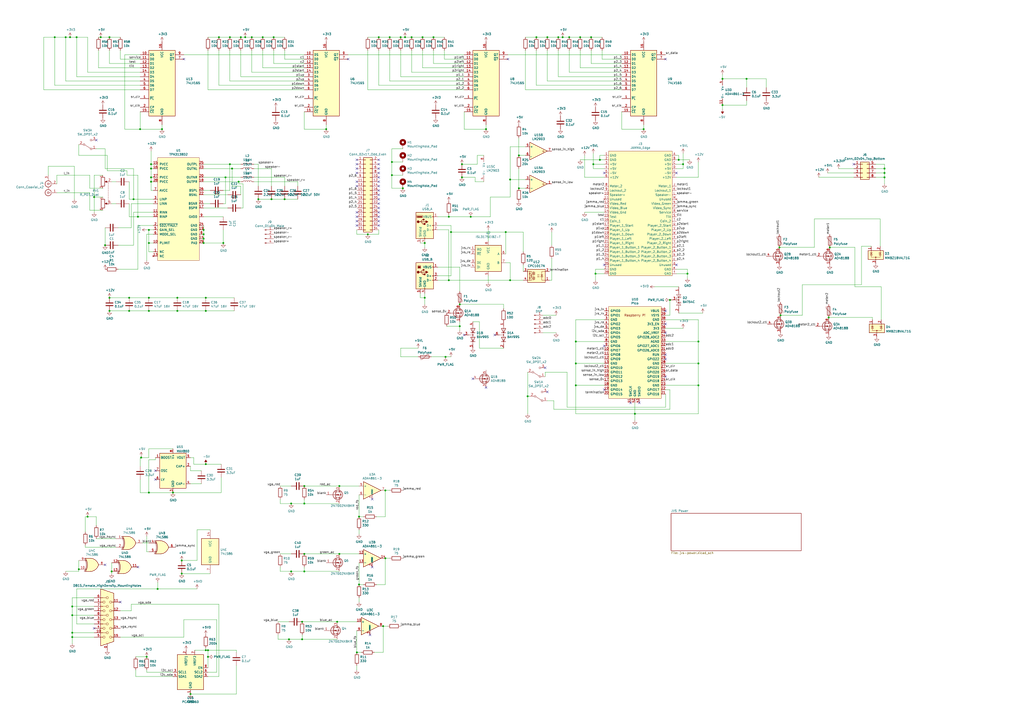
<source format=kicad_sch>
(kicad_sch (version 20211123) (generator eeschema)
  (paper "A2")
  (title_block (title "TD-IO"))
  (junction (at 87.63 105.41))
  (junction (at 273.05 125.73))
  (junction (at 120.65 381))
  (junction (at 311.15 21.59))
  (junction (at 419.1 60.96))
  (junction (at 342.9 21.59))
  (junction (at 31.75 21.59))
  (junction (at 157.48 115.57))
  (junction (at 323.85 21.59))
  (junction (at 347.98 92.71))
  (junction (at 334.01 198.12))
  (junction (at 120.65 377.19))
  (junction (at 330.2 21.59))
  (junction (at 393.7 92.71))
  (junction (at 334.01 210.82))
  (junction (at 86.36 140.97))
  (junction (at 119.38 180.34))
  (junction (at 227.33 101.6))
  (junction (at 41.91 369.57))
  (junction (at 40.64 21.59))
  (junction (at 175.26 360.68))
  (junction (at 368.3 240.03))
  (junction (at 405.13 223.52))
  (junction (at 176.53 281.94))
  (junction (at 196.85 321.31))
  (junction (at 77.47 115.57))
  (junction (at 87.63 97.79))
  (junction (at 168.91 292.1))
  (junction (at 74.93 180.34))
  (junction (at 452.12 143.51))
  (junction (at 306.07 229.87))
  (junction (at 195.58 360.68))
  (junction (at 86.36 172.72))
  (junction (at 86.36 285.75))
  (junction (at 105.41 332.74))
  (junction (at 213.36 135.89))
  (junction (at 219.71 21.59))
  (junction (at 234.95 21.59))
  (junction (at 133.35 95.25))
  (junction (at 266.7 176.53))
  (junction (at 266.7 189.23))
  (junction (at 208.28 299.72))
  (junction (at 260.35 162.56))
  (junction (at 295.91 104.14))
  (junction (at 119.38 269.24))
  (junction (at 102.87 172.72))
  (junction (at 138.43 105.41))
  (junction (at 396.24 95.25))
  (junction (at 130.81 102.87))
  (junction (at 300.99 90.17))
  (junction (at 86.36 180.34))
  (junction (at 81.915 265.43))
  (junction (at 149.86 115.57))
  (junction (at 267.97 95.25))
  (junction (at 85.09 381))
  (junction (at 227.33 93.98))
  (junction (at 261.62 134.62))
  (junction (at 63.5 180.34))
  (junction (at 118.11 140.97))
  (junction (at 238.76 21.59))
  (junction (at 50.8 299.72))
  (junction (at 345.44 158.75))
  (junction (at 176.53 321.31))
  (junction (at 41.91 356.87))
  (junction (at 119.38 172.72))
  (junction (at 54.61 114.3))
  (junction (at 165.1 115.57))
  (junction (at 208.28 339.09))
  (junction (at 336.55 21.59))
  (junction (at 260.35 125.73))
  (junction (at 258.445 207.01))
  (junction (at 223.52 284.48))
  (junction (at 293.37 134.62))
  (junction (at 118.11 133.35))
  (junction (at 45.72 330.2))
  (junction (at 281.94 74.93))
  (junction (at 373.38 74.93))
  (junction (at 152.4 21.59))
  (junction (at 133.35 21.59))
  (junction (at 38.1 21.59))
  (junction (at 245.11 21.59))
  (junction (at 87.63 102.87))
  (junction (at 246.38 140.97))
  (junction (at 196.85 281.94))
  (junction (at 81.28 74.93))
  (junction (at 146.05 21.59))
  (junction (at 419.1 45.72))
  (junction (at 481.33 143.51))
  (junction (at 41.91 367.03))
  (junction (at 317.5 21.59))
  (junction (at 110.49 402.59))
  (junction (at 41.91 351.79))
  (junction (at 405.13 210.82))
  (junction (at 207.01 378.46))
  (junction (at 334.01 223.52))
  (junction (at 74.93 172.72))
  (junction (at 91.44 341.63))
  (junction (at 100.33 285.75))
  (junction (at 513.08 97.79))
  (junction (at 300.99 109.22))
  (junction (at 119.38 377.19))
  (junction (at 87.63 95.25))
  (junction (at 452.755 182.88))
  (junction (at 222.25 363.22))
  (junction (at 158.75 21.59))
  (junction (at 105.41 325.12))
  (junction (at 513.08 102.87))
  (junction (at 142.24 21.59))
  (junction (at 233.68 109.22))
  (junction (at 64.77 331.47))
  (junction (at 118.11 135.89))
  (junction (at 326.39 21.59))
  (junction (at 168.91 331.47))
  (junction (at 189.23 74.93))
  (junction (at 80.01 125.73))
  (junction (at 63.5 21.59))
  (junction (at 480.695 184.15))
  (junction (at 118.11 138.43))
  (junction (at 102.87 180.34))
  (junction (at 167.64 370.84))
  (junction (at 388.62 173.99))
  (junction (at 134.62 97.79))
  (junction (at 58.42 21.59))
  (junction (at 344.17 95.25))
  (junction (at 176.53 331.47))
  (junction (at 433.07 45.72))
  (junction (at 175.26 370.84))
  (junction (at 226.06 21.59))
  (junction (at 232.41 21.59))
  (junction (at 129.54 140.97))
  (junction (at 63.5 172.72))
  (junction (at 44.45 21.59))
  (junction (at 295.91 162.56))
  (junction (at 267.97 102.87))
  (junction (at 223.52 323.85))
  (junction (at 513.08 100.33))
  (junction (at 139.7 21.59))
  (junction (at 127 21.59))
  (junction (at 246.38 172.72))
  (junction (at 405.13 198.12))
  (junction (at 86.36 133.35))
  (junction (at 176.53 292.1))
  (junction (at 398.78 158.75))
  (junction (at 93.98 74.93))
  (junction (at 251.46 21.59))
  (junction (at 60.96 142.24))
  (no_connect (at 495.3 95.25))
  (no_connect (at 219.71 123.19))
  (no_connect (at 207.01 105.41))
  (no_connect (at 219.71 107.95))
  (no_connect (at 386.08 208.28))
  (no_connect (at 392.43 100.33))
  (no_connect (at 350.52 153.67))
  (no_connect (at 106.68 34.29))
  (no_connect (at 317.5 227.33))
  (no_connect (at 219.71 100.33))
  (no_connect (at 207.01 130.81))
  (no_connect (at 365.76 233.68))
  (no_connect (at 370.84 233.68))
  (no_connect (at 219.71 118.11))
  (no_connect (at 219.71 130.81))
  (no_connect (at 350.52 226.06))
  (no_connect (at 350.52 200.66))
  (no_connect (at 219.71 95.25))
  (no_connect (at 90.17 273.05))
  (no_connect (at 90.17 278.13))
  (no_connect (at 386.08 218.44))
  (no_connect (at 287.02 194.31))
  (no_connect (at 386.08 193.04))
  (no_connect (at 215.9 328.93))
  (no_connect (at 386.08 205.74))
  (no_connect (at 80.01 328.93))
  (no_connect (at 219.71 102.87))
  (no_connect (at 54.61 364.49))
  (no_connect (at 392.43 153.67))
  (no_connect (at 207.01 123.19))
  (no_connect (at 219.71 97.79))
  (no_connect (at 386.08 180.34))
  (no_connect (at 219.71 128.27))
  (no_connect (at 269.24 194.31))
  (no_connect (at 219.71 110.49))
  (no_connect (at 294.64 34.29))
  (no_connect (at 215.9 289.56))
  (no_connect (at 219.71 125.73))
  (no_connect (at 207.01 97.79))
  (no_connect (at 386.08 34.29))
  (no_connect (at 207.01 92.71))
  (no_connect (at 207.01 128.27))
  (no_connect (at 350.52 100.33))
  (no_connect (at 69.85 349.25))
  (no_connect (at 207.01 125.73))
  (no_connect (at 274.32 219.71))
  (no_connect (at 281.94 224.79))
  (no_connect (at 316.23 213.36))
  (no_connect (at 219.71 113.03))
  (no_connect (at 207.01 95.25))
  (no_connect (at 214.63 368.3))
  (no_connect (at 60.96 327.66))
  (no_connect (at 219.71 120.65))
  (no_connect (at 219.71 105.41))
  (no_connect (at 386.08 187.96))
  (no_connect (at 219.71 115.57))
  (no_connect (at 219.71 92.71))
  (no_connect (at 207.01 100.33))
  (no_connect (at 207.01 107.95))
  (no_connect (at 55.88 81.28))
  (no_connect (at 201.93 34.29))
  (wire (pts (xy 283.21 160.02) (xy 283.21 163.83)))
  (wire (pts (xy 388.62 237.49) (xy 388.62 226.06)))
  (wire (pts (xy 93.98 72.39) (xy 93.98 74.93)))
  (wire (pts (xy 269.24 49.53) (xy 219.71 49.53)))
  (wire (pts (xy 100.33 392.43) (xy 78.74 392.43)))
  (wire (pts (xy 213.36 135.89) (xy 219.71 135.89)))
  (wire (pts (xy 80.01 125.73) (xy 80.01 101.6)))
  (wire (pts (xy 162.56 331.47) (xy 168.91 331.47)))
  (wire (pts (xy 245.11 39.37) (xy 245.11 29.21)))
  (wire (pts (xy 320.04 142.24) (xy 320.04 134.62)))
  (wire (pts (xy 400.05 92.71) (xy 393.7 92.71)))
  (wire (pts (xy 292.1 176.53) (xy 292.1 179.07)))
  (wire (pts (xy 295.91 114.3) (xy 295.91 104.14)))
  (wire (pts (xy 345.44 162.56) (xy 345.44 158.75)))
  (wire (pts (xy 162.56 292.1) (xy 168.91 292.1)))
  (wire (pts (xy 120.65 381) (xy 120.65 377.19)))
  (wire (pts (xy 165.1 34.29) (xy 165.1 29.21)))
  (wire (pts (xy 269.24 74.93) (xy 281.94 74.93)))
  (wire (pts (xy 304.8 21.59) (xy 311.15 21.59)))
  (wire (pts (xy 513.08 97.79) (xy 513.08 95.25)))
  (wire (pts (xy 125.73 359.41) (xy 125.73 389.89)))
  (wire (pts (xy 513.08 102.87) (xy 513.08 100.33)))
  (wire (pts (xy 334.01 240.03) (xy 334.01 223.52)))
  (wire (pts (xy 405.13 210.82) (xy 405.13 198.12)))
  (wire (pts (xy 234.95 21.59) (xy 238.76 21.59)))
  (wire (pts (xy 81.28 39.37) (xy 57.15 39.37)))
  (wire (pts (xy 119.38 377.19) (xy 113.03 377.19)))
  (wire (pts (xy 133.35 95.25) (xy 139.7 95.25)))
  (wire (pts (xy 347.98 92.71) (xy 347.98 90.17)))
  (wire (pts (xy 222.25 378.46) (xy 222.25 363.22)))
  (wire (pts (xy 81.915 265.43) (xy 81.915 264.795)))
  (wire (pts (xy 472.44 127) (xy 510.54 127)))
  (wire (pts (xy 196.85 321.31) (xy 176.53 321.31)))
  (wire (pts (xy 396.24 190.5) (xy 386.08 190.5)))
  (wire (pts (xy 334.01 198.12) (xy 334.01 210.82)))
  (wire (pts (xy 119.38 180.34) (xy 135.89 180.34)))
  (wire (pts (xy 379.73 166.37) (xy 393.7 166.37)))
  (wire (pts (xy 175.26 368.3) (xy 175.26 370.84)))
  (wire (pts (xy 321.31 237.49) (xy 388.62 237.49)))
  (wire (pts (xy 323.85 21.59) (xy 326.39 21.59)))
  (wire (pts (xy 80.01 156.21) (xy 80.01 130.81)))
  (wire (pts (xy 196.85 281.94) (xy 208.28 281.94)))
  (wire (pts (xy 27.94 96.52) (xy 27.94 101.6)))
  (wire (pts (xy 350.52 223.52) (xy 334.01 223.52)))
  (wire (pts (xy 110.49 270.51) (xy 110.49 273.05)))
  (wire (pts (xy 195.58 360.68) (xy 175.26 360.68)))
  (wire (pts (xy 147.32 102.87) (xy 165.1 102.87)))
  (wire (pts (xy 360.68 49.53) (xy 311.15 49.53)))
  (wire (pts (xy 223.52 299.72) (xy 223.52 284.48)))
  (wire (pts (xy 81.28 44.45) (xy 44.45 44.45)))
  (wire (pts (xy 254 130.81) (xy 261.62 130.81)))
  (wire (pts (xy 54.61 367.03) (xy 41.91 367.03)))
  (wire (pts (xy 87.63 87.63) (xy 87.63 95.25)))
  (wire (pts (xy 176.53 34.29) (xy 165.1 34.29)))
  (wire (pts (xy 118.11 110.49) (xy 121.92 110.49)))
  (wire (pts (xy 344.17 95.25) (xy 344.17 97.79)))
  (wire (pts (xy 349.25 34.29) (xy 349.25 29.21)))
  (wire (pts (xy 336.55 21.59) (xy 342.9 21.59)))
  (wire (pts (xy 86.36 146.05) (xy 86.36 140.97)))
  (wire (pts (xy 189.23 74.93) (xy 176.53 74.93)))
  (wire (pts (xy 168.91 321.31) (xy 162.56 321.31)))
  (wire (pts (xy 120.65 377.19) (xy 119.38 377.19)))
  (wire (pts (xy 55.88 86.36) (xy 60.96 86.36)))
  (wire (pts (xy 243.84 172.72) (xy 246.38 172.72)))
  (wire (pts (xy 120.65 52.07) (xy 120.65 29.21)))
  (wire (pts (xy 31.75 21.59) (xy 38.1 21.59)))
  (wire (pts (xy 139.7 107.95) (xy 134.62 107.95)))
  (wire (pts (xy 100.33 285.75) (xy 128.27 285.75)))
  (wire (pts (xy 81.28 270.51) (xy 81.28 265.43)))
  (wire (pts (xy 452.755 182.88) (xy 465.455 182.88)))
  (wire (pts (xy 472.44 143.51) (xy 472.44 127)))
  (wire (pts (xy 506.095 184.15) (xy 506.095 185.42)))
  (wire (pts (xy 342.9 36.83) (xy 342.9 29.21)))
  (wire (pts (xy 118.11 118.11) (xy 121.92 118.11)))
  (wire (pts (xy 284.48 114.3) (xy 284.48 125.73)))
  (wire (pts (xy 87.63 102.87) (xy 88.9 102.87)))
  (wire (pts (xy 207.01 365.76) (xy 207.01 378.46)))
  (wire (pts (xy 433.07 60.96) (xy 433.07 58.42)))
  (wire (pts (xy 44.45 361.95) (xy 44.45 341.63)))
  (wire (pts (xy 142.24 21.59) (xy 146.05 21.59)))
  (wire (pts (xy 396.24 95.25) (xy 392.43 95.25)))
  (wire (pts (xy 41.91 346.71) (xy 41.91 351.79)))
  (wire (pts (xy 306.07 229.87) (xy 307.34 229.87)))
  (wire (pts (xy 134.62 107.95) (xy 134.62 97.79)))
  (wire (pts (xy 158.75 36.83) (xy 158.75 29.21)))
  (wire (pts (xy 368.3 240.03) (xy 368.3 243.84)))
  (wire (pts (xy 196.85 292.1) (xy 176.53 292.1)))
  (wire (pts (xy 317.5 46.99) (xy 317.5 29.21)))
  (wire (pts (xy 52.07 111.76) (xy 52.07 121.92)))
  (wire (pts (xy 269.24 46.99) (xy 226.06 46.99)))
  (wire (pts (xy 85.09 311.15) (xy 85.09 320.04)))
  (wire (pts (xy 147.32 95.25) (xy 149.86 95.25)))
  (wire (pts (xy 219.71 135.89) (xy 219.71 133.35)))
  (wire (pts (xy 350.52 92.71) (xy 347.98 92.71)))
  (wire (pts (xy 246.38 172.72) (xy 246.38 170.18)))
  (wire (pts (xy 219.71 21.59) (xy 226.06 21.59)))
  (wire (pts (xy 40.64 21.59) (xy 44.45 21.59)))
  (wire (pts (xy 269.24 64.77) (xy 269.24 74.93)))
  (wire (pts (xy 386.08 236.22) (xy 386.08 228.6)))
  (wire (pts (xy 495.935 166.37) (xy 495.935 143.51)))
  (wire (pts (xy 38.1 21.59) (xy 38.1 46.99)))
  (wire (pts (xy 474.98 102.87) (xy 495.3 102.87)))
  (wire (pts (xy 73.66 101.6) (xy 73.66 99.06)))
  (wire (pts (xy 269.24 34.29) (xy 257.81 34.29)))
  (wire (pts (xy 62.23 90.17) (xy 45.72 90.17)))
  (wire (pts (xy 480.695 184.15) (xy 506.095 184.15)))
  (wire (pts (xy 495.935 166.37) (xy 511.175 166.37)))
  (wire (pts (xy 510.54 127) (xy 510.54 142.875)))
  (wire (pts (xy 208.28 309.88) (xy 208.28 307.34)))
  (wire (pts (xy 396.24 88.9) (xy 396.24 95.25)))
  (wire (pts (xy 250.19 207.01) (xy 258.445 207.01)))
  (wire (pts (xy 304.8 52.07) (xy 304.8 29.21)))
  (wire (pts (xy 444.5 45.72) (xy 433.07 45.72)))
  (wire (pts (xy 233.68 86.36) (xy 227.33 86.36)))
  (wire (pts (xy 44.45 21.59) (xy 50.8 21.59)))
  (wire (pts (xy 328.93 215.9) (xy 316.23 215.9)))
  (wire (pts (xy 78.74 392.43) (xy 78.74 388.62)))
  (wire (pts (xy 90.17 265.43) (xy 90.17 266.7)))
  (wire (pts (xy 67.31 317.5) (xy 49.53 317.5)))
  (wire (pts (xy 276.86 95.25) (xy 276.86 90.17)))
  (wire (pts (xy 267.97 102.87) (xy 275.59 102.87)))
  (wire (pts (xy 67.31 118.11) (xy 64.77 118.11)))
  (wire (pts (xy 360.68 74.93) (xy 373.38 74.93)))
  (wire (pts (xy 260.35 162.56) (xy 295.91 162.56)))
  (wire (pts (xy 208.28 339.09) (xy 210.82 339.09)))
  (wire (pts (xy 320.04 162.56) (xy 320.04 149.86)))
  (wire (pts (xy 139.7 44.45) (xy 139.7 29.21)))
  (wire (pts (xy 176.53 52.07) (xy 120.65 52.07)))
  (wire (pts (xy 254 154.94) (xy 266.7 154.94)))
  (wire (pts (xy 261.62 134.62) (xy 293.37 134.62)))
  (wire (pts (xy 86.36 265.43) (xy 86.36 260.35)))
  (wire (pts (xy 125.73 389.89) (xy 120.65 389.89)))
  (wire (pts (xy 134.62 97.79) (xy 139.7 97.79)))
  (wire (pts (xy 208.28 299.72) (xy 210.82 299.72)))
  (wire (pts (xy 232.41 21.59) (xy 234.95 21.59)))
  (wire (pts (xy 77.47 115.57) (xy 88.9 115.57)))
  (wire (pts (xy 135.89 172.72) (xy 119.38 172.72)))
  (wire (pts (xy 76.2 132.08) (xy 68.58 132.08)))
  (wire (pts (xy 433.07 45.72) (xy 419.1 45.72)))
  (wire (pts (xy 49.53 299.72) (xy 50.8 299.72)))
  (wire (pts (xy 161.29 370.84) (xy 167.64 370.84)))
  (wire (pts (xy 219.71 49.53) (xy 219.71 29.21)))
  (wire (pts (xy 254 162.56) (xy 260.35 162.56)))
  (wire (pts (xy 292.1 176.53) (xy 266.7 176.53)))
  (wire (pts (xy 300.99 109.22) (xy 304.8 109.22)))
  (wire (pts (xy 266.7 154.94) (xy 266.7 168.91)))
  (wire (pts (xy 267.97 95.25) (xy 276.86 95.25)))
  (wire (pts (xy 38.1 21.59) (xy 40.64 21.59)))
  (wire (pts (xy 44.45 21.59) (xy 44.45 44.45)))
  (wire (pts (xy 360.68 64.77) (xy 360.68 74.93)))
  (wire (pts (xy 323.85 44.45) (xy 323.85 29.21)))
  (wire (pts (xy 87.63 97.79) (xy 87.63 102.87)))
  (wire (pts (xy 119.38 172.72) (xy 102.87 172.72)))
  (wire (pts (xy 278.13 201.93) (xy 278.13 186.69)))
  (wire (pts (xy 90.17 266.7) (xy 86.36 266.7)))
  (wire (pts (xy 452.12 143.51) (xy 472.44 143.51)))
  (wire (pts (xy 127 392.43) (xy 120.65 392.43)))
  (wire (pts (xy 323.85 21.59) (xy 317.5 21.59)))
  (wire (pts (xy 86.36 172.72) (xy 74.93 172.72)))
  (wire (pts (xy 405.13 198.12) (xy 405.13 185.42)))
  (wire (pts (xy 129.54 140.97) (xy 118.11 140.97)))
  (wire (pts (xy 318.77 162.56) (xy 320.04 162.56)))
  (wire (pts (xy 238.76 41.91) (xy 238.76 29.21)))
  (wire (pts (xy 81.28 34.29) (xy 69.85 34.29)))
  (wire (pts (xy 149.86 115.57) (xy 157.48 115.57)))
  (wire (pts (xy 139.7 21.59) (xy 133.35 21.59)))
  (wire (pts (xy 295.91 162.56) (xy 303.53 162.56)))
  (wire (pts (xy 88.9 133.35) (xy 86.36 133.35)))
  (wire (pts (xy 347.98 92.71) (xy 336.55 92.71)))
  (wire (pts (xy 55.88 304.8) (xy 55.88 299.72)))
  (wire (pts (xy 162.56 289.56) (xy 162.56 292.1)))
  (wire (pts (xy 284.48 125.73) (xy 273.05 125.73)))
  (wire (pts (xy 261.62 160.02) (xy 254 160.02)))
  (wire (pts (xy 176.53 36.83) (xy 158.75 36.83)))
  (wire (pts (xy 88.9 146.05) (xy 86.36 146.05)))
  (wire (pts (xy 129.54 133.35) (xy 129.54 140.97)))
  (wire (pts (xy 283.21 133.35) (xy 283.21 139.7)))
  (wire (pts (xy 334.01 210.82) (xy 350.52 210.82)))
  (wire (pts (xy 114.3 325.12) (xy 114.3 307.34)))
  (wire (pts (xy 72.39 31.75) (xy 81.28 31.75)))
  (wire (pts (xy 44.45 341.63) (xy 91.44 341.63)))
  (wire (pts (xy 152.4 21.59) (xy 158.75 21.59)))
  (wire (pts (xy 105.41 325.12) (xy 114.3 325.12)))
  (wire (pts (xy 207.01 388.62) (xy 207.01 386.08)))
  (wire (pts (xy 140.97 120.65) (xy 140.97 106.68)))
  (wire (pts (xy 81.28 49.53) (xy 31.75 49.53)))
  (wire (pts (xy 138.43 106.68) (xy 138.43 105.41)))
  (wire (pts (xy 64.77 332.74) (xy 64.77 331.47)))
  (wire (pts (xy 147.32 105.41) (xy 172.72 105.41)))
  (wire (pts (xy 76.2 118.11) (xy 76.2 132.08)))
  (wire (pts (xy 207.01 135.89) (xy 207.01 133.35)))
  (wire (pts (xy 54.61 356.87) (xy 41.91 356.87)))
  (wire (pts (xy 118.11 138.43) (xy 118.11 140.97)))
  (wire (pts (xy 50.8 21.59) (xy 50.8 41.91)))
  (wire (pts (xy 69.85 34.29) (xy 69.85 29.21)))
  (wire (pts (xy 165.1 115.57) (xy 172.72 115.57)))
  (wire (pts (xy 129.54 110.49) (xy 133.35 110.49)))
  (wire (pts (xy 513.08 95.25) (xy 508 95.25)))
  (wire (pts (xy 505.46 142.875) (xy 499.745 142.875)))
  (wire (pts (xy 157.48 115.57) (xy 165.1 115.57)))
  (wire (pts (xy 106.68 359.41) (xy 125.73 359.41)))
  (wire (pts (xy 396.24 95.25) (xy 396.24 97.79)))
  (wire (pts (xy 176.53 64.77) (xy 176.53 74.93)))
  (wire (pts (xy 405.13 185.42) (xy 386.08 185.42)))
  (wire (pts (xy 314.96 182.88) (xy 322.58 182.88)))
  (wire (pts (xy 76.2 350.52) (xy 127 350.52)))
  (wire (pts (xy 300.99 90.17) (xy 300.99 80.01)))
  (wire (pts (xy 63.5 21.59) (xy 69.85 21.59)))
  (wire (pts (xy 350.52 123.19) (xy 339.09 123.19)))
  (wire (pts (xy 269.24 52.07) (xy 213.36 52.07)))
  (wire (pts (xy 275.59 105.41) (xy 280.67 105.41)))
  (wire (pts (xy 41.91 351.79) (xy 41.91 356.87)))
  (wire (pts (xy 322.58 193.04) (xy 314.96 193.04)))
  (wire (pts (xy 339.09 90.17) (xy 339.09 102.87)))
  (wire (pts (xy 360.68 39.37) (xy 336.55 39.37)))
  (wire (pts (xy 77.47 142.24) (xy 68.58 142.24)))
  (wire (pts (xy 368.3 240.03) (xy 405.13 240.03)))
  (wire (pts (xy 152.4 39.37) (xy 152.4 29.21)))
  (wire (pts (xy 119.38 375.92) (xy 119.38 377.19)))
  (wire (pts (xy 433.07 50.8) (xy 433.07 45.72)))
  (wire (pts (xy 294.64 31.75) (xy 360.68 31.75)))
  (wire (pts (xy 257.81 34.29) (xy 257.81 29.21)))
  (wire (pts (xy 243.84 170.18) (xy 243.84 172.72)))
  (wire (pts (xy 311.15 49.53) (xy 311.15 29.21)))
  (wire (pts (xy 344.17 95.25) (xy 350.52 95.25)))
  (wire (pts (xy 139.7 120.65) (xy 140.97 120.65)))
  (wire (pts (xy 208.28 287.02) (xy 208.28 299.72)))
  (wire (pts (xy 246.38 140.97) (xy 243.84 140.97)))
  (wire (pts (xy 127 21.59) (xy 133.35 21.59)))
  (wire (pts (xy 295.91 104.14) (xy 304.8 104.14)))
  (wire (pts (xy 149.86 107.95) (xy 149.86 95.25)))
  (wire (pts (xy 93.98 74.93) (xy 81.28 74.93)))
  (wire (pts (xy 67.31 312.42) (xy 55.88 312.42)))
  (wire (pts (xy 328.93 236.22) (xy 386.08 236.22)))
  (wire (pts (xy 138.43 105.41) (xy 139.7 105.41)))
  (wire (pts (xy 405.13 102.87) (xy 392.43 102.87)))
  (wire (pts (xy 195.58 360.68) (xy 207.01 360.68)))
  (wire (pts (xy 293.37 134.62) (xy 303.53 134.62)))
  (wire (pts (xy 328.93 215.9) (xy 328.93 236.22)))
  (wire (pts (xy 146.05 21.59) (xy 152.4 21.59)))
  (wire (pts (xy 54.61 123.19) (xy 54.61 114.3)))
  (wire (pts (xy 419.1 60.96) (xy 419.1 63.5)))
  (wire (pts (xy 87.63 105.41) (xy 88.9 105.41)))
  (wire (pts (xy 360.68 41.91) (xy 330.2 41.91)))
  (wire (pts (xy 388.62 182.88) (xy 388.62 173.99)))
  (wire (pts (xy 316.23 215.9) (xy 316.23 218.44)))
  (wire (pts (xy 405.13 223.52) (xy 405.13 210.82)))
  (wire (pts (xy 118.11 105.41) (xy 138.43 105.41)))
  (wire (pts (xy 54.61 346.71) (xy 41.91 346.71)))
  (wire (pts (xy 444.5 50.8) (xy 444.5 45.72)))
  (wire (pts (xy 119.38 269.24) (xy 112.395 269.24)))
  (wire (pts (xy 33.02 106.68) (xy 33.02 101.6)))
  (wire (pts (xy 25.4 21.59) (xy 31.75 21.59)))
  (wire (pts (xy 360.68 46.99) (xy 317.5 46.99)))
  (wire (pts (xy 85.09 320.04) (xy 86.36 320.04)))
  (wire (pts (xy 110.49 280.67) (xy 116.84 280.67)))
  (wire (pts (xy 246.38 176.53) (xy 246.38 172.72)))
  (wire (pts (xy 54.61 361.95) (xy 44.45 361.95)))
  (wire (pts (xy 259.08 189.23) (xy 266.7 189.23)))
  (wire (pts (xy 245.11 21.59) (xy 251.46 21.59)))
  (wire (pts (xy 74.93 180.34) (xy 86.36 180.34)))
  (wire (pts (xy 226.06 46.99) (xy 226.06 29.21)))
  (wire (pts (xy 398.78 161.29) (xy 398.78 158.75)))
  (wire (pts (xy 87.63 95.25) (xy 87.63 97.79)))
  (wire (pts (xy 43.18 96.52) (xy 43.18 115.57)))
  (wire (pts (xy 495.3 97.79) (xy 486.41 97.79)))
  (wire (pts (xy 77.47 97.79) (xy 60.96 97.79)))
  (wire (pts (xy 269.24 36.83) (xy 251.46 36.83)))
  (wire (pts (xy 176.53 46.99) (xy 133.35 46.99)))
  (wire (pts (xy 127 350.52) (xy 127 392.43)))
  (wire (pts (xy 330.2 41.91) (xy 330.2 29.21)))
  (wire (pts (xy 224.79 363.22) (xy 222.25 363.22)))
  (wire (pts (xy 119.38 180.34) (xy 102.87 180.34)))
  (wire (pts (xy 176.53 44.45) (xy 139.7 44.45)))
  (wire (pts (xy 195.58 370.84) (xy 175.26 370.84)))
  (wire (pts (xy 201.93 31.75) (xy 269.24 31.75)))
  (wire (pts (xy 347.98 90.17) (xy 350.52 90.17)))
  (wire (pts (xy 31.75 21.59) (xy 31.75 49.53)))
  (wire (pts (xy 398.78 156.21) (xy 392.43 156.21)))
  (wire (pts (xy 88.9 140.97) (xy 86.36 140.97)))
  (wire (pts (xy 511.175 166.37) (xy 511.175 185.42)))
  (wire (pts (xy 74.93 118.11) (xy 74.93 125.73)))
  (wire (pts (xy 38.1 331.47) (xy 45.72 331.47)))
  (wire (pts (xy 80.01 125.73) (xy 88.9 125.73)))
  (wire (pts (xy 405.13 93.98) (xy 405.13 102.87)))
  (wire (pts (xy 233.68 93.98) (xy 227.33 93.98)))
  (wire (pts (xy 59.69 101.6) (xy 54.61 101.6)))
  (wire (pts (xy 168.91 281.94) (xy 162.56 281.94)))
  (wire (pts (xy 57.15 21.59) (xy 58.42 21.59)))
  (wire (pts (xy 72.39 31.75) (xy 72.39 74.93)))
  (wire (pts (xy 278.13 186.69) (xy 274.32 186.69)))
  (wire (pts (xy 388.62 226.06) (xy 386.08 226.06)))
  (wire (pts (xy 114.3 341.63) (xy 91.44 341.63)))
  (wire (pts (xy 133.35 46.99) (xy 133.35 29.21)))
  (wire (pts (xy 130.81 118.11) (xy 130.81 102.87)))
  (wire (pts (xy 321.31 232.41) (xy 317.5 232.41)))
  (wire (pts (xy 88.9 135.89) (xy 85.09 135.89)))
  (wire (pts (xy 45.72 325.12) (xy 45.72 330.2)))
  (wire (pts (xy 105.41 332.74) (xy 121.92 332.74)))
  (wire (pts (xy 91.44 341.63) (xy 91.44 337.82)))
  (wire (pts (xy 360.68 52.07) (xy 304.8 52.07)))
  (wire (pts (xy 86.36 180.34) (xy 102.87 180.34)))
  (wire (pts (xy 176.53 289.56) (xy 176.53 292.1)))
  (wire (pts (xy 139.7 113.03) (xy 139.7 107.95)))
  (wire (pts (xy 76.2 354.33) (xy 69.85 354.33)))
  (wire (pts (xy 360.68 34.29) (xy 349.25 34.29)))
  (wire (pts (xy 227.33 93.98) (xy 227.33 101.6)))
  (wire (pts (xy 80.01 101.6) (xy 73.66 101.6)))
  (wire (pts (xy 218.44 339.09) (xy 223.52 339.09)))
  (wire (pts (xy 49.53 308.61) (xy 49.53 299.72)))
  (wire (pts (xy 321.31 237.49) (xy 321.31 232.41)))
  (wire (pts (xy 55.88 299.72) (xy 50.8 299.72)))
  (wire (pts (xy 45.72 83.82) (xy 45.72 90.17)))
  (wire (pts (xy 261.62 134.62) (xy 261.62 160.02)))
  (wire (pts (xy 118.11 113.03) (xy 132.08 113.03)))
  (wire (pts (xy 227.33 86.36) (xy 227.33 93.98)))
  (wire (pts (xy 261.62 130.81) (xy 261.62 134.62)))
  (wire (pts (xy 303.53 146.05) (xy 303.53 134.62)))
  (wire (pts (xy 128.27 276.86) (xy 128.27 285.75)))
  (wire (pts (xy 334.01 185.42) (xy 334.01 198.12)))
  (wire (pts (xy 118.11 138.43) (xy 118.11 135.89)))
  (wire (pts (xy 405.13 240.03) (xy 405.13 223.52)))
  (wire (pts (xy 275.59 102.87) (xy 275.59 105.41)))
  (wire (pts (xy 80.01 130.81) (xy 88.9 130.81)))
  (wire (pts (xy 393.7 92.71) (xy 393.7 90.17)))
  (wire (pts (xy 45.72 331.47) (xy 45.72 330.2)))
  (wire (pts (xy 393.7 90.17) (xy 392.43 90.17)))
  (wire (pts (xy 295.91 85.09) (xy 304.8 85.09)))
  (wire (pts (xy 217.17 378.46) (xy 222.25 378.46)))
  (wire (pts (xy 73.66 99.06) (xy 62.23 99.06)))
  (wire (pts (xy 223.52 339.09) (xy 223.52 323.85)))
  (wire (pts (xy 213.36 52.07) (xy 213.36 29.21)))
  (wire (pts (xy 63.5 36.83) (xy 63.5 29.21)))
  (wire (pts (xy 273.05 125.73) (xy 260.35 125.73)))
  (wire (pts (xy 100.33 389.89) (xy 85.09 389.89)))
  (wire (pts (xy 306.07 215.9) (xy 306.07 229.87)))
  (wire (pts (xy 81.28 46.99) (xy 38.1 46.99)))
  (wire (pts (xy 87.63 105.41) (xy 87.63 110.49)))
  (wire (pts (xy 60.96 132.08) (xy 60.96 142.24)))
  (wire (pts (xy 81.28 74.93) (xy 72.39 74.93)))
  (wire (pts (xy 284.48 114.3) (xy 295.91 114.3)))
  (wire (pts (xy 208.28 349.25) (xy 208.28 346.71)))
  (wire (pts (xy 54.61 114.3) (xy 59.69 114.3)))
  (wire (pts (xy 360.68 44.45) (xy 323.85 44.45)))
  (wire (pts (xy 137.16 377.19) (xy 137.16 378.46)))
  (wire (pts (xy 54.61 369.57) (xy 41.91 369.57)))
  (wire (pts (xy 120.65 377.19) (xy 137.16 377.19)))
  (wire (pts (xy 251.46 21.59) (xy 257.81 21.59)))
  (wire (pts (xy 114.3 307.34) (xy 121.92 307.34)))
  (wire (pts (xy 81.28 285.75) (xy 86.36 285.75)))
  (wire (pts (xy 63.5 172.72) (xy 74.93 172.72)))
  (wire (pts (xy 393.7 92.71) (xy 392.43 92.71)))
  (wire (pts (xy 86.36 260.35) (xy 100.33 260.35)))
  (wire (pts (xy 480.06 100.33) (xy 495.3 100.33)))
  (wire (pts (xy 88.9 123.19) (xy 77.47 123.19)))
  (wire (pts (xy 405.13 223.52) (xy 386.08 223.52)))
  (wire (pts (xy 232.41 44.45) (xy 232.41 29.21)))
  (wire (pts (xy 227.33 109.22) (xy 233.68 109.22)))
  (wire (pts (xy 266.7 189.23) (xy 266.7 186.69)))
  (wire (pts (xy 62.23 99.06) (xy 62.23 90.17)))
  (wire (pts (xy 281.94 74.93) (xy 281.94 72.39)))
  (wire (pts (xy 398.78 158.75) (xy 398.78 156.21)))
  (wire (pts (xy 112.395 265.43) (xy 112.395 269.24)))
  (wire (pts (xy 172.72 105.41) (xy 172.72 107.95)))
  (wire (pts (xy 81.28 52.07) (xy 25.4 52.07)))
  (wire (pts (xy 269.24 41.91) (xy 238.76 41.91)))
  (wire (pts (xy 33.02 111.76) (xy 52.07 111.76)))
  (wire (pts (xy 368.3 240.03) (xy 334.01 240.03)))
  (wire (pts (xy 87.63 102.87) (xy 87.63 105.41)))
  (wire (pts (xy 33.02 101.6) (xy 52.07 101.6)))
  (wire (pts (xy 165.1 102.87) (xy 165.1 107.95)))
  (wire (pts (xy 396.24 97.79) (xy 392.43 97.79)))
  (wire (pts (xy 326.39 21.59) (xy 330.2 21.59)))
  (wire (pts (xy 162.56 328.93) (xy 162.56 331.47)))
  (wire (pts (xy 118.11 133.35) (xy 118.11 135.89)))
  (wire (pts (xy 386.08 182.88) (xy 388.62 182.88)))
  (wire (pts (xy 293.37 152.4) (xy 295.91 152.4)))
  (wire (pts (xy 120.65 21.59) (xy 127 21.59)))
  (wire (pts (xy 368.3 233.68) (xy 368.3 240.03)))
  (wire (pts (xy 393.7 181.61) (xy 407.67 181.61)))
  (wire (pts (xy 167.64 360.68) (xy 161.29 360.68)))
  (wire (pts (xy 81.28 36.83) (xy 63.5 36.83)))
  (wire (pts (xy 213.36 135.89) (xy 207.01 135.89)))
  (wire (pts (xy 85.09 381) (xy 78.74 381)))
  (wire (pts (xy 81.28 278.13) (xy 81.28 285.75)))
  (wire (pts (xy 86.36 172.72) (xy 102.87 172.72)))
  (wire (pts (xy 41.91 367.03) (xy 41.91 369.57)))
  (wire (pts (xy 513.08 100.33) (xy 508 100.33)))
  (wire (pts (xy 342.9 21.59) (xy 349.25 21.59)))
  (wire (pts (xy 300.99 109.22) (xy 300.99 97.79)))
  (wire (pts (xy 74.93 115.57) (xy 77.47 115.57)))
  (wire (pts (xy 118.11 97.79) (xy 134.62 97.79)))
  (wire (pts (xy 419.1 60.96) (xy 433.07 60.96)))
  (wire (pts (xy 139.7 21.59) (xy 142.24 21.59)))
  (wire (pts (xy 74.93 105.41) (xy 74.93 115.57)))
  (wire (pts (xy 81.28 64.77) (xy 81.28 74.93)))
  (wire (pts (xy 304.8 90.17) (xy 300.99 90.17)))
  (wire (pts (xy 405.13 210.82) (xy 386.08 210.82)))
  (wire (pts (xy 58.42 21.59) (xy 63.5 21.59)))
  (wire (pts (xy 176.53 292.1) (xy 168.91 292.1)))
  (wire (pts (xy 465.455 165.1) (xy 465.455 182.88)))
  (wire (pts (xy 513.08 97.79) (xy 508 97.79)))
  (wire (pts (xy 86.36 140.97) (xy 86.36 133.35)))
  (wire (pts (xy 86.36 266.7) (xy 86.36 285.75)))
  (wire (pts (xy 495.935 143.51) (xy 481.33 143.51)))
  (wire (pts (xy 161.29 368.3) (xy 161.29 370.84)))
  (wire (pts (xy 218.44 299.72) (xy 223.52 299.72)))
  (wire (pts (xy 176.53 331.47) (xy 168.91 331.47)))
  (wire (pts (xy 208.28 326.39) (xy 208.28 339.09)))
  (wire (pts (xy 278.13 201.93) (xy 292.1 201.93)))
  (wire (pts (xy 118.11 95.25) (xy 133.35 95.25)))
  (wire (pts (xy 74.93 125.73) (xy 80.01 125.73)))
  (wire (pts (xy 64.77 331.47) (xy 64.77 326.39)))
  (wire (pts (xy 118.11 102.87) (xy 130.81 102.87)))
  (wire (pts (xy 232.41 201.93) (xy 242.57 201.93)))
  (wire (pts (xy 118.11 130.81) (xy 118.11 133.35)))
  (wire (pts (xy 52.07 121.92) (xy 59.69 121.92)))
  (wire (pts (xy 513.08 102.87) (xy 513.08 106.68)))
  (wire (pts (xy 499.745 165.1) (xy 465.455 165.1)))
  (wire (pts (xy 60.96 97.79) (xy 60.96 86.36)))
  (wire (pts (xy 81.915 265.43) (xy 86.36 265.43)))
  (wire (pts (xy 130.81 102.87) (xy 139.7 102.87)))
  (wire (pts (xy 269.24 44.45) (xy 232.41 44.45)))
  (wire (pts (xy 227.33 101.6) (xy 227.33 109.22)))
  (wire (pts (xy 513.08 102.87) (xy 508 102.87)))
  (wire (pts (xy 129.54 118.11) (xy 130.81 118.11)))
  (wire (pts (xy 52.07 109.22) (xy 59.69 109.22)))
  (wire (pts (xy 254 125.73) (xy 260.35 125.73)))
  (wire (pts (xy 266.7 189.23) (xy 266.7 191.77)))
  (wire (pts (xy 176.53 31.75) (xy 106.68 31.75)))
  (wire (pts (xy 373.38 72.39) (xy 373.38 74.93)))
  (wire (pts (xy 350.52 198.12) (xy 334.01 198.12)))
  (wire (pts (xy 86.36 285.75) (xy 100.33 285.75)))
  (wire (pts (xy 176.53 328.93) (xy 176.53 331.47)))
  (wire (pts (xy 339.09 102.87) (xy 350.52 102.87)))
  (wire (pts (xy 189.23 72.39) (xy 189.23 74.93)))
  (wire (pts (xy 110.49 273.05) (xy 116.84 273.05)))
  (wire (pts (xy 63.5 180.34) (xy 74.93 180.34)))
  (wire (pts (xy 68.58 156.21) (xy 80.01 156.21)))
  (wire (pts (xy 41.91 356.87) (xy 41.91 367.03)))
  (wire (pts (xy 118.11 120.65) (xy 132.08 120.65)))
  (wire (pts (xy 196.85 321.31) (xy 208.28 321.31)))
  (wire (pts (xy 350.52 185.42) (xy 334.01 185.42)))
  (wire (pts (xy 110.49 265.43) (xy 112.395 265.43)))
  (wire (pts (xy 118.11 125.73) (xy 129.54 125.73)))
  (wire (pts (xy 158.75 21.59) (xy 165.1 21.59)))
  (wire (pts (xy 196.85 281.94) (xy 176.53 281.94)))
  (wire (pts (xy 246.38 143.51) (xy 246.38 140.97)))
  (wire (pts (xy 330.2 21.59) (xy 336.55 21.59)))
  (wire (pts (xy 360.68 36.83) (xy 342.9 36.83)))
  (wire (pts (xy 398.78 158.75) (xy 392.43 158.75)))
  (wire (pts (xy 82.55 314.96) (xy 86.36 314.96)))
  (wire (pts (xy 344.17 88.9) (xy 344.17 95.25)))
  (wire (pts (xy 106.68 369.57) (xy 106.68 359.41)))
  (wire (pts (xy 311.15 21.59) (xy 317.5 21.59)))
  (wire (pts (xy 41.91 369.57) (xy 41.91 373.38)))
  (wire (pts (xy 227.33 101.6) (xy 233.68 101.6)))
  (wire (pts (xy 226.06 323.85) (xy 223.52 323.85)))
  (wire (pts (xy 295.91 152.4) (xy 295.91 162.56)))
  (wire (pts (xy 43.18 96.52) (xy 27.94 96.52)))
  (wire (pts (xy 76.2 350.52) (xy 76.2 354.33)))
  (wire (pts (xy 207.01 378.46) (xy 209.55 378.46)))
  (wire (pts (xy 57.15 39.37) (xy 57.15 29.21)))
  (wire (pts (xy 260.35 162.56) (xy 260.35 133.35)))
  (wire (pts (xy 260.35 125.73) (xy 260.35 124.46)))
  (wire (pts (xy 276.86 90.17) (xy 280.67 90.17)))
  (wire (pts (xy 251.46 36.83) (xy 251.46 29.21)))
  (wire (pts (xy 157.48 97.79) (xy 157.48 107.95)))
  (wire (pts (xy 334.01 223.52) (xy 334.01 210.82)))
  (wire (pts (xy 405.13 198.12) (xy 386.08 198.12)))
  (wire (pts (xy 87.63 97.79) (xy 88.9 97.79)))
  (wire (pts (xy 81.28 41.91) (xy 50.8 41.91)))
  (wire (pts (xy 77.47 123.19) (xy 77.47 142.24)))
  (wire (pts (xy 226.06 284.48) (xy 223.52 284.48)))
  (wire (pts (xy 232.41 21.59) (xy 226.06 21.59)))
  (wire (pts (xy 81.28 265.43) (xy 81.915 265.43)))
  (wire (pts (xy 258.445 207.01) (xy 261.62 207.01)))
  (wire (pts (xy 127 49.53) (xy 127 29.21)))
  (wire (pts (xy 140.97 106.68) (xy 138.43 106.68)))
  (wire (pts (xy 336.55 39.37) (xy 336.55 29.21)))
  (wire (pts (xy 85.09 389.89) (xy 85.09 388.62)))
  (wire (pts (xy 87.63 95.25) (xy 88.9 95.25)))
  (wire (pts (xy 293.37 147.32) (xy 293.37 134.62)))
  (wire (pts (xy 295.91 104.14) (xy 295.91 85.09)))
  (wire (pts (xy 54.61 101.6) (xy 54.61 114.3)))
  (wire (pts (xy 196.85 331.47) (xy 176.53 331.47)))
  (wire (pts (xy 77.47 115.57) (xy 77.47 97.79)))
  (wire (pts (xy 260.35 133.35) (xy 254 133.35)))
  (wire (pts (xy 175.26 370.84) (xy 167.64 370.84)))
  (wire (pts (xy 176.53 41.91) (xy 146.05 41.91)))
  (wire (pts (xy 232.41 201.93) (xy 232.41 207.01)))
  (wire (pts (xy 137.16 402.59) (xy 137.16 386.08)))
  (wire (pts (xy 419.1 45.72) (xy 419.1 43.18)))
  (wire (pts (xy 110.49 402.59) (xy 137.16 402.59)))
  (wire (pts (xy 133.35 110.49) (xy 133.35 95.25)))
  (wire (pts (xy 303.53 153.67) (xy 303.53 157.48)))
  (wire (pts (xy 499.745 142.875) (xy 499.745 165.1)))
  (wire (pts (xy 345.44 156.21) (xy 350.52 156.21)))
  (wire (pts (xy 25.4 21.59) (xy 25.4 52.07)))
  (wire (pts (xy 176.53 49.53) (xy 127 49.53)))
  (wire (pts (xy 52.07 101.6) (xy 52.07 109.22)))
  (wire (pts (xy 344.17 97.79) (xy 350.52 97.79)))
  (wire (pts (xy 345.44 158.75) (xy 345.44 156.21)))
  (wire (pts (xy 213.36 21.59) (xy 219.71 21.59)))
  (wire (pts (xy 146.05 41.91) (xy 146.05 29.21)))
  (wire (pts (xy 306.07 229.87) (xy 306.07 240.03)))
  (wire (pts (xy 85.09 135.89) (xy 85.09 151.13)))
  (wire (pts (xy 87.63 110.49) (xy 88.9 110.49)))
  (wire (pts (xy 147.32 97.79) (xy 157.48 97.79)))
  (wire (pts (xy 238.76 21.59) (xy 245.11 21.59)))
  (wire (pts (xy 513.08 100.33) (xy 513.08 97.79)))
  (wire (pts (xy 86.36 133.35) (xy 85.09 133.35)))
  (wire (pts (xy 269.24 39.37) (xy 245.11 39.37)))
  (wire (pts (xy 232.41 207.01) (xy 242.57 207.01)))
  (wire (pts (xy 49.53 317.5) (xy 49.53 316.23)))
  (wire (pts (xy 54.61 351.79) (xy 41.91 351.79)))
  (wire (pts (xy 69.85 369.57) (xy 106.68 369.57)))
  (wire (pts (xy 67.31 105.41) (xy 64.77 105.41)))
  (wire (pts (xy 128.27 269.24) (xy 119.38 269.24)))
  (wire (pts (xy 88.9 118.11) (xy 76.2 118.11)))
  (wire (pts (xy 345.44 158.75) (xy 350.52 158.75)))
  (wire (pts (xy 120.65 387.35) (xy 120.65 381)))
  (wire (pts (xy 176.53 39.37) (xy 152.4 39.37)))
  (label "c2" (at 392.43 128.27 0))
  (label "p1_5" (at 207.01 113.03 180))
  (label "vga_hsync" (at 67.31 312.42 180))
  (label "sr_clr" (at 386.08 213.36 0))
  (label "speaker_r-" (at 158.75 138.43 0))
  (label "p1_5" (at 360.68 44.45 180))
  (label "p1left" (at 269.24 34.29 180))
  (label "vga_hsync" (at 69.85 359.41 0))
  (label "blank" (at 82.55 314.96 0))
  (label "jvs_re" (at 350.52 187.96 180))
  (label "speaker-" (at 392.43 113.03 0))
  (label "p2_4" (at 360.68 41.91 180))
  (label "adc2" (at 386.08 195.58 0))
  (label "red_fb" (at 208.28 295.91 90))
  (label "i2c_sda" (at 350.52 193.04 180))
  (label "jamma_blue" (at 232.41 363.22 0))
  (label "green_ac" (at 185.42 321.31 0))
  (label "p1_4" (at 350.52 151.13 180))
  (label "test" (at 350.52 125.73 180))
  (label "p1_3" (at 350.52 148.59 180))
  (label "sr_clk" (at 269.24 62.23 180))
  (label "speaker+" (at 158.75 140.97 0))
  (label "sr_clk" (at 386.08 220.98 0))
  (label "sr_clr" (at 360.68 57.15 180))
  (label "jvs_rx" (at 273.05 144.78 180))
  (label "vga_red" (at 162.56 281.94 180))
  (label "i2c_scl" (at 100.33 389.89 180))
  (label "blank" (at 189.23 287.02 180))
  (label "p2_6" (at 360.68 52.07 180))
  (label "vga_sda" (at 80.01 350.52 0))
  (label "lockout2" (at 350.52 110.49 180))
  (label "i2c_scl" (at 350.52 195.58 180))
  (label "jvs_re" (at 273.05 147.32 180))
  (label "blue_ac" (at 185.42 360.68 0))
  (label "lockout1_ctl" (at 350.52 208.28 180))
  (label "adc0" (at 314.96 185.42 0))
  (label "p1_4" (at 207.01 115.57 180))
  (label "p2start" (at 392.43 130.81 0))
  (label "sense_in_low" (at 320.04 106.68 0))
  (label "lockout1_ctl" (at 444.5 148.59 180))
  (label "blue_fb" (at 207.01 375.92 90))
  (label "p1_2" (at 350.52 146.05 180))
  (label "p2_4" (at 392.43 151.13 0))
  (label "vga_blue" (at 54.61 359.41 180))
  (label "jamma_red" (at 350.52 118.11 180))
  (label "sr_clk" (at 81.28 62.23 180))
  (label "lockout2_ctl" (at 350.52 213.36 180))
  (label "sr_data" (at 386.08 215.9 0))
  (label "sr_clr" (at 176.53 57.15 180))
  (label "speaker-" (at 153.67 97.79 0))
  (label "p2right" (at 392.43 140.97 0))
  (label "lockout1" (at 392.43 110.49 0))
  (label "c1" (at 176.53 34.29 180))
  (label "p1_1" (at 350.52 143.51 180))
  (label "p2start" (at 176.53 41.91 180))
  (label "c2" (at 176.53 36.83 180))
  (label "sense_in_high" (at 350.52 215.9 180))
  (label "p2down" (at 176.53 52.07 180))
  (label "lockout2" (at 452.755 175.26 90))
  (label "test" (at 74.93 36.83 0))
  (label "p2down" (at 392.43 135.89 0))
  (label "p1_6" (at 360.68 49.53 180))
  (label "p1_3" (at 360.68 34.29 180))
  (label "p1_2" (at 269.24 49.53 180))
  (label "p1down" (at 350.52 135.89 180))
  (label "vga_scl" (at 76.2 369.57 0))
  (label "service" (at 392.43 123.19 0))
  (label "termination" (at 318.77 157.48 0))
  (label "vga_vsync" (at 69.85 364.49 0))
  (label "meter2" (at 350.52 107.95 180))
  (label "vga_vsync" (at 67.31 317.5 180))
  (label "speaker-" (at 158.75 135.89 0))
  (label "sr_clr" (at 81.28 57.15 180))
  (label "vga_green" (at 54.61 354.33 180))
  (label "r_in" (at 36.83 111.76 0))
  (label "sense_0v" (at 350.52 220.98 180))
  (label "l_in" (at 36.83 101.6 0))
  (label "meter1" (at 481.33 135.89 90))
  (label "lockout1" (at 452.12 135.89 90))
  (label "p1up" (at 350.52 133.35 180))
  (label "p2left" (at 392.43 138.43 0))
  (label "meter1_ctl" (at 473.71 148.59 180))
  (label "p1right" (at 269.24 39.37 180))
  (label "service" (at 74.93 34.29 0))
  (label "blank" (at 187.96 365.76 180))
  (label "p2_2" (at 392.43 146.05 0))
  (label "p2_5" (at 207.01 120.65 180))
  (label "speaker_r-" (at 158.75 102.87 0))
  (label "p2_5" (at 360.68 46.99 180))
  (label "p2left" (at 269.24 36.83 180))
  (label "p2up" (at 392.43 133.35 0))
  (label "adc1" (at 314.96 187.96 0))
  (label "red_ac" (at 185.42 281.94 0))
  (label "vga_green" (at 162.56 321.31 180))
  (label "blank" (at 189.23 326.39 180))
  (label "speaker+" (at 350.52 113.03 180))
  (label "p1_1" (at 269.24 44.45 180))
  (label "jvs_tx" (at 350.52 180.34 180))
  (label "p1_6" (at 207.01 110.49 180))
  (label "sr_data" (at 386.08 31.75 0))
  (label "adc0" (at 386.08 203.2 0))
  (label "jvs_tx" (at 273.05 154.94 180))
  (label "lockout2_ctl" (at 445.135 187.96 180))
  (label "adc2" (at 314.96 190.5 0))
  (label "p2_2" (at 269.24 52.07 180))
  (label "sense_in_low" (at 350.52 218.44 180))
  (label "c1" (at 350.52 128.27 180))
  (label "p1left" (at 350.52 138.43 180))
  (label "meter2_ctl" (at 473.075 189.23 180))
  (label "vga_red" (at 54.61 349.25 180))
  (label "p1start" (at 350.52 130.81 180))
  (label "p2_4" (at 207.01 118.11 180))
  (label "speaker_r+" (at 158.75 133.35 0))
  (label "sense_in_high" (at 320.04 87.63 0))
  (label "meter1" (at 392.43 107.95 0))
  (label "meter1_ctl" (at 350.52 203.2 180))
  (label "vga_blue" (at 161.29 360.68 180))
  (label "jvs_rx" (at 350.52 182.88 180))
  (label "jamma_green" (at 392.43 118.11 0))
  (label "p1right" (at 350.52 140.97 180))
  (label "p2_6" (at 207.01 102.87 180))
  (label "jamma_green" (at 233.68 323.85 0))
  (label "sr_clk" (at 360.68 62.23 180))
  (label "termination" (at 350.52 228.6 180))
  (label "p2right" (at 269.24 41.91 180))
  (label "meter2" (at 480.695 176.53 90))
  (label "p1_4" (at 360.68 39.37 180))
  (label "p1up" (at 176.53 44.45 180))
  (label "i2c_sda" (at 100.33 392.43 180))
  (label "sr_clr" (at 269.24 57.15 180))
  (label "tilt" (at 74.93 39.37 0))
  (label "tilt" (at 392.43 125.73 0))
  (label "speaker_r+" (at 166.37 105.41 0))
  (label "jamma_sync" (at 392.43 120.65 0))
  (label "jvs_de" (at 350.52 190.5 180))
  (label "jamma_red" (at 233.68 284.48 0))
  (label "speaker+" (at 149.86 95.25 0))
  (label "p2_1" (at 392.43 143.51 0))
  (label "meter2_ctl" (at 350.52 205.74 180))
  (label "p2_1" (at 269.24 46.99 180))
  (label "jvs_de" (at 273.05 152.4 180))
  (label "sr_clk" (at 176.53 62.23 180))
  (label "p1start" (at 176.53 39.37 180))
  (label "p2_3" (at 392.43 148.59 0))
  (label "sense_0v" (at 259.08 181.61 180))
  (label "jamma_sync" (at 101.6 317.5 0))
  (label "p2up" (at 176.53 46.99 180))
  (label "p2_3" (at 360.68 36.83 180))
  (label "adc1" (at 386.08 200.66 0))
  (label "green_fb" (at 208.28 336.55 90))
  (label "p1down" (at 176.53 49.53 180))
  (label "jamma_blue" (at 350.52 120.65 180))
  (symbol (lib_id "td-io:JAMMA_Edge") (at 353.06 87.63 0) (unit 1)
    (property "Reference" "J3" (at 371.475 83.439 0))
    (property "Value" "JAMMA_Edge" (at 371.475 85.7504 0))
    (property "Footprint" "td-io:JAMMA" (effects hide))
  )
  (symbol (lib_id "power:GND") (at 336.55 92.71 0) (unit 1)
    (property "Reference" "#PWR0101" (effects hide))
    (property "Value" "GND" (at 336.677 97.1042 0))
  )
  (symbol (lib_id "power:GND") (at 400.05 92.71 0) (unit 1)
    (property "Reference" "#PWR0102" (effects hide))
    (property "Value" "GND" (at 400.177 97.1042 0))
  )
  (symbol (lib_id "power:+12V") (at 339.09 90.17 0) (unit 1)
    (property "Reference" "#PWR0107" (effects hide))
    (property "Value" "+12V" (at 339.471 85.7758 0))
  )
  (symbol (lib_id "power:+12V") (at 405.13 93.98 0) (unit 1)
    (property "Reference" "#PWR0108" (effects hide))
    (property "Value" "+12V" (at 405.511 89.5858 0))
  )
  (symbol (lib_id "power:GND") (at 345.44 162.56 0) (unit 1)
    (property "Reference" "#PWR0109" (effects hide))
    (property "Value" "GND" (at 345.567 166.9542 0))
  )
  (symbol (lib_id "power:GND") (at 398.78 161.29 0) (unit 1)
    (property "Reference" "#PWR0110" (effects hide))
    (property "Value" "GND" (at 398.907 165.6842 0))
  )
  (symbol (lib_id "Connector:USB_A") (at 246.38 130.81 0) (unit 1)
    (property "Reference" "J1" (at 247.8278 118.9482 0))
    (property "Value" "USB_A" (at 247.8278 121.2596 0))
    (property "Footprint" "Connector_USB:USB_A_Molex_67643_Horizontal" (effects hide))
    (property "Datasheet" " ~" (effects hide))
    (property "Digikey" "SAM10870-ND" (effects hide))
  )
  (symbol (lib_id "Connector:USB_B") (at 246.38 160.02 0) (unit 1)
    (property "Reference" "J2" (at 247.8278 148.1582 0))
    (property "Value" "USB_B" (at 247.8278 150.4696 0))
    (property "Footprint" "Connector_USB:USB_B_OST_USB-B1HSxx_Horizontal" (effects hide))
    (property "Datasheet" " ~" (effects hide))
    (property "Digikey" "SAM10873-ND" (effects hide))
  )
  (symbol (lib_id "Device:C") (at 433.07 54.61 0) (unit 1)
    (property "Reference" "C6" (at 435.991 53.4416 0) (effects (justify left)))
    (property "Value" "0.1uF" (at 435.991 55.753 0) (effects (justify left)))
    (property "Footprint" "Capacitor_SMD:C_0805_2012Metric" (effects hide))
    (property "Digikey" "1276-2444-1-ND" (effects hide))
  )
  (symbol (lib_id "power:GND") (at 246.38 143.51 0) (unit 1)
    (property "Reference" "#PWR0111" (effects hide))
    (property "Value" "GND" (at 246.507 147.9042 0))
  )
  (symbol (lib_id "power:GND") (at 246.38 176.53 0) (unit 1)
    (property "Reference" "#PWR0112" (effects hide))
    (property "Value" "GND" (at 246.507 180.9242 0))
  )
  (symbol (lib_id "power:GND") (at 283.21 163.83 0) (unit 1)
    (property "Reference" "#PWR0113" (effects hide))
    (property "Value" "GND" (at 283.337 168.2242 0))
  )
  (symbol (lib_id "Device:R") (at 303.53 149.86 0) (unit 1)
    (property "Reference" "R5" (at 305.308 148.6916 0) (effects (justify left)))
    (property "Value" "120" (at 305.308 151.003 0) (effects (justify left)))
    (property "Footprint" "Resistor_SMD:R_0805_2012Metric" (effects hide))
    (property "Digikey" "13-RT0805FRE07120RLCT-ND" (effects hide))
  )
  (symbol (lib_id "Connector_Generic:Conn_02x04_Top_Bottom") (at 500.38 97.79 0) (unit 1)
    (property "Reference" "J6" (at 501.65 89.7382 0))
    (property "Value" "Conn_02x04_Top_Bottom" (at 501.65 92.0496 0))
    (property "Footprint" "td-io:B08P-VL" (effects hide))
    (property "Digikey" "455-2365-ND" (effects hide))
  )
  (symbol (lib_id "Device:R") (at 214.63 299.72 270) (unit 1)
    (property "Reference" "R15" (at 214.63 294.4622 90))
    (property "Value" "1k" (at 214.63 296.7736 90))
    (property "Footprint" "Resistor_SMD:R_0805_2012Metric" (effects hide))
    (property "Digikey" "311-1.00KCRCT-ND" (effects hide))
  )
  (symbol (lib_id "power:+12V") (at 474.98 102.87 0) (unit 1)
    (property "Reference" "#PWR0117" (effects hide))
    (property "Value" "+12V" (at 475.361 98.4758 0))
  )
  (symbol (lib_id "power:GND") (at 513.08 106.68 0) (unit 1)
    (property "Reference" "#PWR0118" (effects hide))
    (property "Value" "GND" (at 513.207 111.0742 0))
  )
  (symbol (lib_id "Device:R") (at 208.28 303.53 180) (unit 1)
    (property "Reference" "R12" (at 210.058 302.3616 0) (effects (justify right)))
    (property "Value" "330" (at 210.058 304.673 0) (effects (justify right)))
    (property "Footprint" "Resistor_SMD:R_0805_2012Metric" (effects hide))
    (property "Digikey" "311-330CRCT-ND" (effects hide))
    (property "JLCPCB" "C17630 " (effects hide))
    (property "LCSC" "C17630 " (effects hide))
  )
  (symbol (lib_id "power:GND") (at 208.28 309.88 0) (unit 1)
    (property "Reference" "#PWR0128" (effects hide))
    (property "Value" "GND" (at 208.407 314.2742 0))
  )
  (symbol (lib_id "Device:R") (at 162.56 285.75 180) (unit 1)
    (property "Reference" "R9" (at 164.338 284.5816 0) (effects (justify right)))
    (property "Value" "75" (at 164.338 286.893 0) (effects (justify right)))
    (property "Footprint" "Resistor_SMD:R_0805_2012Metric" (effects hide))
    (property "Digikey" "311-75.0CRCT-ND" (effects hide))
  )
  (symbol (lib_id "power:GND") (at 168.91 292.1 0) (unit 1)
    (property "Reference" "#PWR0130" (effects hide))
    (property "Value" "GND" (at 169.037 296.4942 0))
  )
  (symbol (lib_id "Device:R") (at 229.87 284.48 270) (unit 1)
    (property "Reference" "R18" (at 229.87 279.2222 90))
    (property "Value" "75" (at 229.87 281.5336 90))
    (property "Footprint" "Resistor_SMD:R_0805_2012Metric" (effects hide))
    (property "Digikey" "311-75.0CRCT-ND" (effects hide))
  )
  (symbol (lib_id "Device:C") (at 71.12 105.41 270) (unit 1)
    (property "Reference" "C2" (at 71.12 99.0092 90))
    (property "Value" "1uF" (at 71.12 101.3206 90))
    (property "Footprint" "Capacitor_SMD:C_0805_2012Metric" (effects hide))
    (property "Digikey" "1276-2926-1-ND" (effects hide))
  )
  (symbol (lib_id "power:GND") (at 43.18 115.57 0) (unit 1)
    (property "Reference" "#PWR0123" (effects hide))
    (property "Value" "GND" (at 43.307 119.9642 0))
  )
  (symbol (lib_id "td-io:ADA4891-3") (at 215.9 323.85 0) (unit 2)
    (property "Reference" "U3" (at 215.9 314.5282 0))
    (property "Value" "ADA4861-3" (at 215.9 316.8396 0))
    (property "Footprint" "Package_SO:SOIC-14_3.9x8.7mm_P1.27mm" (effects hide))
    (property "Datasheet" "https://www.analog.com/media/en/technical-documentation/data-sheets/ADA4891-1_4891-2_4891-3_4891-4.PDF" (effects hide))
    (property "Digikey" "ADA4861-3YRZ-RL7CT-ND" (effects hide))
  )
  (symbol (lib_id "Device:R") (at 214.63 339.09 270) (unit 1)
    (property "Reference" "R16" (at 214.63 333.8322 90))
    (property "Value" "1k" (at 214.63 336.1436 90))
    (property "Footprint" "Resistor_SMD:R_0805_2012Metric" (effects hide))
    (property "Digikey" "311-1.00KCRCT-ND" (effects hide))
  )
  (symbol (lib_id "Device:R") (at 208.28 342.9 180) (unit 1)
    (property "Reference" "R13" (at 210.058 341.7316 0) (effects (justify right)))
    (property "Value" "330" (at 210.058 344.043 0) (effects (justify right)))
    (property "Footprint" "Resistor_SMD:R_0805_2012Metric" (effects hide))
    (property "Digikey" "311-330CRCT-ND" (effects hide))
    (property "JLCPCB" "C17630 " (effects hide))
    (property "LCSC" "C17630 " (effects hide))
  )
  (symbol (lib_id "power:GND") (at 208.28 349.25 0) (unit 1)
    (property "Reference" "#PWR0131" (effects hide))
    (property "Value" "GND" (at 208.407 353.6442 0))
  )
  (symbol (lib_id "Device:R") (at 229.87 323.85 270) (unit 1)
    (property "Reference" "R19" (at 229.87 318.5922 90))
    (property "Value" "75" (at 229.87 320.9036 90))
    (property "Footprint" "Resistor_SMD:R_0805_2012Metric" (effects hide))
    (property "Digikey" "311-75.0CRCT-ND" (effects hide))
  )
  (symbol (lib_id "td-io:ADA4891-3") (at 214.63 363.22 0) (unit 3)
    (property "Reference" "U3" (at 214.63 353.8982 0))
    (property "Value" "ADA4861-3" (at 214.63 356.2096 0))
    (property "Footprint" "Package_SO:SOIC-14_3.9x8.7mm_P1.27mm" (effects hide))
    (property "Datasheet" "https://www.analog.com/media/en/technical-documentation/data-sheets/ADA4891-1_4891-2_4891-3_4891-4.PDF" (effects hide))
    (property "Digikey" "ADA4861-3YRZ-RL7CT-ND" (effects hide))
  )
  (symbol (lib_id "Device:R") (at 213.36 378.46 270) (unit 1)
    (property "Reference" "R14" (at 213.36 373.2022 90))
    (property "Value" "1k" (at 213.36 375.5136 90))
    (property "Footprint" "Resistor_SMD:R_0805_2012Metric" (effects hide))
    (property "Digikey" "311-1.00KCRCT-ND" (effects hide))
  )
  (symbol (lib_id "Device:R") (at 207.01 382.27 180) (unit 1)
    (property "Reference" "R11" (at 208.788 381.1016 0) (effects (justify right)))
    (property "Value" "330" (at 208.788 383.413 0) (effects (justify right)))
    (property "Footprint" "Resistor_SMD:R_0805_2012Metric" (effects hide))
    (property "Digikey" "311-330CRCT-ND" (effects hide))
    (property "JLCPCB" "C17630 " (effects hide))
    (property "LCSC" "C17630 " (effects hide))
  )
  (symbol (lib_id "power:GND") (at 207.01 388.62 0) (unit 1)
    (property "Reference" "#PWR0134" (effects hide))
    (property "Value" "GND" (at 207.137 393.0142 0))
  )
  (symbol (lib_id "Device:R") (at 228.6 363.22 270) (unit 1)
    (property "Reference" "R17" (at 228.6 357.9622 90))
    (property "Value" "75" (at 228.6 360.2736 90))
    (property "Footprint" "Resistor_SMD:R_0805_2012Metric" (effects hide))
    (property "Digikey" "311-75.0CRCT-ND" (effects hide))
  )
  (symbol (lib_id "power:GND") (at 339.09 123.19 0) (unit 1)
    (property "Reference" "#PWR0137" (effects hide))
    (property "Value" "GND" (at 339.217 127.5842 0))
  )
  (symbol (lib_id "td-io:ADA4891-3") (at 215.9 284.48 0) (unit 1)
    (property "Reference" "U3" (at 215.9 275.1582 0))
    (property "Value" "ADA4861-3" (at 215.9 277.4696 0))
    (property "Footprint" "Package_SO:SOIC-14_3.9x8.7mm_P1.27mm" (effects hide))
    (property "Datasheet" "https://www.analog.com/media/en/technical-documentation/data-sheets/ADA4891-1_4891-2_4891-3_4891-4.PDF" (effects hide))
    (property "Digikey" "ADA4861-3YRZ-RL7CT-ND" (effects hide))
  )
  (symbol (lib_id "td-io:ADA4891-3") (at 421.64 53.34 0) (unit 4)
    (property "Reference" "U3" (at 420.5732 52.1716 0) (effects (justify left)))
    (property "Value" "ADA4861-3" (at 420.5732 54.483 0) (effects (justify left)))
    (property "Footprint" "Package_SO:SOIC-14_3.9x8.7mm_P1.27mm" (effects hide))
    (property "Datasheet" "https://www.analog.com/media/en/technical-documentation/data-sheets/ADA4891-1_4891-2_4891-3_4891-4.PDF" (effects hide))
    (property "Digikey" "ADA4861-3YRZ-RL7CT-ND" (effects hide))
  )
  (symbol (lib_id "power:+5V") (at 419.1 43.18 0) (unit 1)
    (property "Reference" "#PWR0126" (effects hide))
    (property "Value" "+5V" (at 419.481 38.7858 0))
  )
  (symbol (lib_id "MCU_RaspberryPi_and_Boards:Pico") (at 368.3 204.47 0) (unit 1)
    (property "Reference" "U10" (at 368.3 173.609 0))
    (property "Value" "Pico" (at 368.3 175.9204 0))
    (property "Footprint" "RPi_Pico:RPi_Pico_SMD_TH" (effects hide))
    (property "Digikey" "2648-SC0915CT-ND" (effects hide))
  )
  (symbol (lib_id "74xx:74LS165") (at 189.23 46.99 0) (unit 1)
    (property "Reference" "U6" (at 203.0476 45.8216 0) (effects (justify left)))
    (property "Value" "74LV165" (at 203.0476 48.133 0) (effects (justify left)))
    (property "Footprint" "Package_SO:SOIC-16_3.9x9.9mm_P1.27mm" (effects hide))
    (property "Datasheet" "https://www.ti.com/lit/ds/symlink/sn74ls165a.pdf" (effects hide))
    (property "Digikey" "296-SN74LV165ADRG3CT-ND" (effects hide))
  )
  (symbol (lib_id "power:+3.3V") (at 189.23 24.13 0) (unit 1)
    (property "Reference" "#PWR0141" (effects hide))
    (property "Value" "+3.3V" (at 189.611 19.7358 0))
  )
  (symbol (lib_id "power:GND") (at 189.23 74.93 0) (unit 1)
    (property "Reference" "#PWR0142" (effects hide))
    (property "Value" "GND" (at 189.357 79.3242 0))
  )
  (symbol (lib_id "74xx:74LS86") (at 74.93 314.96 0) (unit 1)
    (property "Reference" "U4" (at 74.93 306.705 0))
    (property "Value" "74LS86" (at 74.93 309.0164 0))
    (property "Footprint" "Package_SO:SOIC-14_3.9x8.7mm_P1.27mm" (effects hide))
    (property "Datasheet" "74xx/74ls86.pdf" (effects hide))
    (property "Digikey" "296-8201-1-ND" (effects hide))
  )
  (symbol (lib_id "74xx:74LS86") (at 93.98 317.5 0) (unit 2)
    (property "Reference" "U4" (at 93.98 309.245 0))
    (property "Value" "74LS86" (at 93.98 311.5564 0))
    (property "Footprint" "Package_SO:SOIC-14_3.9x8.7mm_P1.27mm" (effects hide))
    (property "Datasheet" "74xx/74ls86.pdf" (effects hide))
    (property "Digikey" "296-8201-1-ND" (effects hide))
  )
  (symbol (lib_id "power:+5V") (at 85.09 311.15 0) (unit 1)
    (property "Reference" "#PWR0144" (effects hide))
    (property "Value" "+5V" (at 85.471 306.7558 0))
  )
  (symbol (lib_id "Device:R") (at 49.53 312.42 0) (unit 1)
    (property "Reference" "R6" (at 51.308 311.2516 0) (effects (justify left)))
    (property "Value" "10k" (at 51.308 313.563 0) (effects (justify left)))
    (property "Footprint" "Resistor_SMD:R_0805_2012Metric" (effects hide))
    (property "Digikey" "311-10.0KCRCT-ND" (effects hide))
  )
  (symbol (lib_id "Device:R") (at 55.88 308.61 0) (unit 1)
    (property "Reference" "R7" (at 57.658 307.4416 0) (effects (justify left)))
    (property "Value" "10k" (at 57.658 309.753 0) (effects (justify left)))
    (property "Footprint" "Resistor_SMD:R_0805_2012Metric" (effects hide))
    (property "Digikey" "311-10.0KCRCT-ND" (effects hide))
  )
  (symbol (lib_id "Connector_Generic:Conn_02x17_Odd_Even") (at 212.09 113.03 0) (unit 1)
    (property "Reference" "J7" (at 213.36 87.1982 0))
    (property "Value" "Conn_02x17_Odd_Even" (at 213.36 89.5096 0))
    (property "Footprint" "td-io:DF1BZ-34DP-2.5DS" (effects hide))
    (property "Digikey" "H11039-ND" (effects hide))
  )
  (symbol (lib_id "power:+5V") (at 50.8 299.72 0) (unit 1)
    (property "Reference" "#PWR0145" (effects hide))
    (property "Value" "+5V" (at 51.181 295.3258 0))
  )
  (symbol (lib_id "Device:C") (at 267.97 99.06 0) (unit 1)
    (property "Reference" "C3" (at 270.891 97.8916 0) (effects (justify left)))
    (property "Value" "0.1uF" (at 270.891 100.203 0) (effects (justify left)))
    (property "Footprint" "Capacitor_SMD:C_0805_2012Metric" (effects hide))
    (property "Digikey" "1276-2444-1-ND" (effects hide))
  )
  (symbol (lib_id "power:GND") (at 267.97 102.87 0) (unit 1)
    (property "Reference" "#PWR0146" (effects hide))
    (property "Value" "GND" (at 268.097 107.2642 0))
  )
  (symbol (lib_id "Device:C") (at 105.41 328.93 0) (unit 1)
    (property "Reference" "C5" (at 108.331 327.7616 0) (effects (justify left)))
    (property "Value" "0.1uF" (at 108.331 330.073 0) (effects (justify left)))
    (property "Footprint" "Capacitor_SMD:C_0805_2012Metric" (effects hide))
    (property "Digikey" "1276-2444-1-ND" (effects hide))
  )
  (symbol (lib_id "power:GND") (at 105.41 332.74 0) (unit 1)
    (property "Reference" "#PWR0148" (effects hide))
    (property "Value" "GND" (at 105.537 337.1342 0))
  )
  (symbol (lib_id "power:+5V") (at 105.41 325.12 0) (unit 1)
    (property "Reference" "#PWR0149" (effects hide))
    (property "Value" "+5V" (at 105.791 320.7258 0))
  )
  (symbol (lib_id "td-io:TPA3138D2") (at 91.44 91.44 0) (unit 1)
    (property "Reference" "U1" (at 103.505 87.249 0))
    (property "Value" "TPA3138D2" (at 103.505 89.5604 0))
    (property "Footprint" "td-io:HTSSOP-28-1EP_4.4x9.7mm_P0.65mm_tpa3138_ThermalVias" (effects hide))
    (property "Digikey" "296-50219-ND" (effects hide))
  )
  (symbol (lib_id "Device:R_Potentiometer_Dual") (at 62.23 111.76 270) (unit 1)
    (property "Reference" "RV1" (at 57.4802 110.5916 90) (effects (justify right)))
    (property "Value" "R_POT_Dual" (at 57.4802 112.903 90) (effects (justify right)))
    (property "Footprint" "td-io:PTV112-4420A-A503" (effects hide))
    (property "Digikey" "PTV112-4420A-A503-ND" (effects hide))
  )
  (symbol (lib_id "power:GND") (at 213.36 135.89 0) (unit 1)
    (property "Reference" "#PWR0155" (effects hide))
    (property "Value" "GND" (at 213.487 140.2842 0))
  )
  (symbol (lib_id "Device:R") (at 120.65 25.4 0) (unit 1)
    (property "Reference" "R22" (at 122.428 24.2316 0) (effects (justify left)))
    (property "Value" "10k" (at 122.428 26.543 0) (effects (justify left)))
    (property "Footprint" "Resistor_SMD:R_0805_2012Metric" (effects hide))
    (property "Digikey" "311-10.0KCRCT-ND" (effects hide))
  )
  (symbol (lib_id "Device:R") (at 127 25.4 0) (unit 1)
    (property "Reference" "R23" (at 128.778 24.2316 0) (effects (justify left)))
    (property "Value" "10k" (at 128.778 26.543 0) (effects (justify left)))
    (property "Footprint" "Resistor_SMD:R_0805_2012Metric" (effects hide))
    (property "Digikey" "311-10.0KCRCT-ND" (effects hide))
  )
  (symbol (lib_id "Device:R") (at 133.35 25.4 0) (unit 1)
    (property "Reference" "R24" (at 135.128 24.2316 0) (effects (justify left)))
    (property "Value" "10k" (at 135.128 26.543 0) (effects (justify left)))
    (property "Footprint" "Resistor_SMD:R_0805_2012Metric" (effects hide))
    (property "Digikey" "311-10.0KCRCT-ND" (effects hide))
  )
  (symbol (lib_id "Device:R") (at 139.7 25.4 0) (unit 1)
    (property "Reference" "R27" (at 141.478 24.2316 0) (effects (justify left)))
    (property "Value" "10k" (at 141.478 26.543 0) (effects (justify left)))
    (property "Footprint" "Resistor_SMD:R_0805_2012Metric" (effects hide))
    (property "Digikey" "311-10.0KCRCT-ND" (effects hide))
  )
  (symbol (lib_id "Device:R") (at 146.05 25.4 0) (unit 1)
    (property "Reference" "R28" (at 147.828 24.2316 0) (effects (justify left)))
    (property "Value" "10k" (at 147.828 26.543 0) (effects (justify left)))
    (property "Footprint" "Resistor_SMD:R_0805_2012Metric" (effects hide))
    (property "Digikey" "311-10.0KCRCT-ND" (effects hide))
  )
  (symbol (lib_id "power:+3.3V") (at 396.24 190.5 0) (unit 1)
    (property "Reference" "#PWR0156" (effects hide))
    (property "Value" "+3.3V" (at 396.621 186.1058 0))
  )
  (symbol (lib_id "power:GND") (at 368.3 243.84 0) (unit 1)
    (property "Reference" "#PWR0157" (effects hide))
    (property "Value" "GND" (at 368.427 248.2342 0))
  )
  (symbol (lib_id "power:GND") (at 54.61 123.19 0) (unit 1)
    (property "Reference" "#PWR0119" (effects hide))
    (property "Value" "GND" (at 54.737 127.5842 0))
  )
  (symbol (lib_id "Device:C") (at 64.77 132.08 90) (unit 1)
    (property "Reference" "C1" (at 64.77 138.4808 90))
    (property "Value" "1uF" (at 64.77 136.1694 90))
    (property "Footprint" "Capacitor_SMD:C_0805_2012Metric" (effects hide))
    (property "Digikey" "1276-2926-1-ND" (effects hide))
  )
  (symbol (lib_id "Device:C") (at 64.77 142.24 90) (unit 1)
    (property "Reference" "C4" (at 64.77 148.6408 90))
    (property "Value" "1uF" (at 64.77 146.3294 90))
    (property "Footprint" "Capacitor_SMD:C_0805_2012Metric" (effects hide))
    (property "Digikey" "1276-2926-1-ND" (effects hide))
  )
  (symbol (lib_id "Device:R") (at 152.4 25.4 0) (unit 1)
    (property "Reference" "R29" (at 154.178 24.2316 0) (effects (justify left)))
    (property "Value" "10k" (at 154.178 26.543 0) (effects (justify left)))
    (property "Footprint" "Resistor_SMD:R_0805_2012Metric" (effects hide))
    (property "Digikey" "311-10.0KCRCT-ND" (effects hide))
  )
  (symbol (lib_id "Device:R") (at 158.75 25.4 0) (unit 1)
    (property "Reference" "R30" (at 160.528 24.2316 0) (effects (justify left)))
    (property "Value" "10k" (at 160.528 26.543 0) (effects (justify left)))
    (property "Footprint" "Resistor_SMD:R_0805_2012Metric" (effects hide))
    (property "Digikey" "311-10.0KCRCT-ND" (effects hide))
  )
  (symbol (lib_id "Device:R") (at 165.1 25.4 0) (unit 1)
    (property "Reference" "R31" (at 166.878 24.2316 0) (effects (justify left)))
    (property "Value" "10k" (at 166.878 26.543 0) (effects (justify left)))
    (property "Footprint" "Resistor_SMD:R_0805_2012Metric" (effects hide))
    (property "Digikey" "311-10.0KCRCT-ND" (effects hide))
  )
  (symbol (lib_id "power:GND") (at 60.96 142.24 0) (unit 1)
    (property "Reference" "#PWR0120" (effects hide))
    (property "Value" "GND" (at 61.087 146.6342 0))
  )
  (symbol (lib_id "Device:C") (at 71.12 118.11 270) (unit 1)
    (property "Reference" "C8" (at 71.12 111.7092 90))
    (property "Value" "1uF" (at 71.12 114.0206 90))
    (property "Footprint" "Capacitor_SMD:C_0805_2012Metric" (effects hide))
    (property "Digikey" "1276-2926-1-ND" (effects hide))
  )
  (symbol (lib_id "power:+12V") (at 87.63 87.63 0) (unit 1)
    (property "Reference" "#PWR0121" (effects hide))
    (property "Value" "+12V" (at 88.011 83.2358 0))
  )
  (symbol (lib_id "power:+5V") (at 407.67 181.61 0) (unit 1)
    (property "Reference" "#PWR0159" (effects hide))
    (property "Value" "+5V" (at 408.051 177.2158 0))
  )
  (symbol (lib_id "Diode:BAT54C") (at 393.7 173.99 270) (unit 1)
    (property "Reference" "D2" (at 395.9352 172.8216 90) (effects (justify left)))
    (property "Value" "BAT54C" (at 395.9352 175.133 90) (effects (justify left)))
    (property "Footprint" "Package_TO_SOT_SMD:SOT-23" (effects hide))
    (property "Datasheet" "http://www.diodes.com/_files/datasheets/ds11005.pdf" (effects hide))
    (property "Digikey" "BAT54CFSCT-ND" (effects hide))
  )
  (symbol (lib_id "Transistor_FET:FDS6930B") (at 478.79 148.59 0) (unit 1)
    (property "Reference" "Q2" (at 483.9716 147.4216 0) (effects (justify left)))
    (property "Value" "AO4818B" (at 483.9716 149.733 0) (effects (justify left)))
    (property "Footprint" "Package_SO:SOIC-8_3.9x4.9mm_P1.27mm" (effects hide))
    (property "Datasheet" "http://www.onsemi.com/pub/Collateral/FDS6930B-D.PDF" (effects hide))
    (property "Digikey" "785-1059-1-ND" (effects hide))
  )
  (symbol (lib_id "Transistor_FET:FDS6930B") (at 478.155 189.23 0) (unit 1)
    (property "Reference" "Q3" (at 483.3366 188.0616 0) (effects (justify left)))
    (property "Value" "AO4818B" (at 483.3366 190.373 0) (effects (justify left)))
    (property "Footprint" "Package_SO:SOIC-8_3.9x4.9mm_P1.27mm" (effects hide))
    (property "Datasheet" "http://www.onsemi.com/pub/Collateral/FDS6930B-D.PDF" (effects hide))
    (property "Digikey" "785-1059-1-ND" (effects hide))
  )
  (symbol (lib_id "Transistor_FET:FDS6930A") (at 449.58 148.59 0) (unit 2)
    (property "Reference" "Q2" (at 454.7616 147.4216 0) (effects (justify left)))
    (property "Value" "AO4818B" (at 454.7616 149.733 0) (effects (justify left)))
    (property "Footprint" "Package_SO:SOIC-8_3.9x4.9mm_P1.27mm" (effects hide))
    (property "Datasheet" "http://www.onsemi.com/pub/Collateral/FDS6930A-D.PDF" (effects hide))
    (property "Digikey" "785-1059-1-ND" (effects hide))
  )
  (symbol (lib_id "Transistor_FET:FDS6930B") (at 450.215 187.96 0) (unit 2)
    (property "Reference" "Q3" (at 455.3966 186.7916 0) (effects (justify left)))
    (property "Value" "AO4818B" (at 455.3966 189.103 0) (effects (justify left)))
    (property "Footprint" "Package_SO:SOIC-8_3.9x4.9mm_P1.27mm" (effects hide))
    (property "Datasheet" "http://www.onsemi.com/pub/Collateral/FDS6930B-D.PDF" (effects hide))
    (property "Digikey" "785-1059-1-ND" (effects hide))
  )
  (symbol (lib_id "Device:C") (at 102.87 176.53 0) (unit 1)
    (property "Reference" "C18" (at 105.791 175.3616 0) (effects (justify left)))
    (property "Value" "47uF 16V" (at 105.791 177.673 0) (effects (justify left)))
    (property "Footprint" "Capacitor_SMD:C_1210_3225Metric" (effects hide))
    (property "Digikey" "490-16309-1-ND" (effects hide))
  )
  (symbol (lib_id "74xx:74LS165") (at 281.94 46.99 0) (unit 1)
    (property "Reference" "U8" (at 295.7576 45.8216 0) (effects (justify left)))
    (property "Value" "74LV165" (at 295.7576 48.133 0) (effects (justify left)))
    (property "Footprint" "Package_SO:SOIC-16_3.9x9.9mm_P1.27mm" (effects hide))
    (property "Datasheet" "https://www.ti.com/lit/ds/symlink/sn74ls165a.pdf" (effects hide))
    (property "Digikey" "296-SN74LV165ADRG3CT-ND" (effects hide))
  )
  (symbol (lib_id "power:+3.3V") (at 281.94 24.13 0) (unit 1)
    (property "Reference" "#PWR09" (effects hide))
    (property "Value" "+3.3V" (at 282.321 19.7358 0))
  )
  (symbol (lib_id "power:GND") (at 281.94 74.93 0) (unit 1)
    (property "Reference" "#PWR010" (effects hide))
    (property "Value" "GND" (at 282.067 79.3242 0))
  )
  (symbol (lib_id "Device:R") (at 213.36 25.4 0) (unit 1)
    (property "Reference" "R34" (at 215.138 24.2316 0) (effects (justify left)))
    (property "Value" "10k" (at 215.138 26.543 0) (effects (justify left)))
    (property "Footprint" "Resistor_SMD:R_0805_2012Metric" (effects hide))
    (property "Digikey" "311-10.0KCRCT-ND" (effects hide))
  )
  (symbol (lib_id "Device:R") (at 219.71 25.4 0) (unit 1)
    (property "Reference" "R35" (at 221.488 24.2316 0) (effects (justify left)))
    (property "Value" "10k" (at 221.488 26.543 0) (effects (justify left)))
    (property "Footprint" "Resistor_SMD:R_0805_2012Metric" (effects hide))
    (property "Digikey" "311-10.0KCRCT-ND" (effects hide))
  )
  (symbol (lib_id "Device:R") (at 226.06 25.4 0) (unit 1)
    (property "Reference" "R36" (at 227.838 24.2316 0) (effects (justify left)))
    (property "Value" "10k" (at 227.838 26.543 0) (effects (justify left)))
    (property "Footprint" "Resistor_SMD:R_0805_2012Metric" (effects hide))
    (property "Digikey" "311-10.0KCRCT-ND" (effects hide))
  )
  (symbol (lib_id "Device:R") (at 232.41 25.4 0) (unit 1)
    (property "Reference" "R37" (at 234.188 24.2316 0) (effects (justify left)))
    (property "Value" "10k" (at 234.188 26.543 0) (effects (justify left)))
    (property "Footprint" "Resistor_SMD:R_0805_2012Metric" (effects hide))
    (property "Digikey" "311-10.0KCRCT-ND" (effects hide))
  )
  (symbol (lib_id "Device:R") (at 238.76 25.4 0) (unit 1)
    (property "Reference" "R38" (at 240.538 24.2316 0) (effects (justify left)))
    (property "Value" "10k" (at 240.538 26.543 0) (effects (justify left)))
    (property "Footprint" "Resistor_SMD:R_0805_2012Metric" (effects hide))
    (property "Digikey" "311-10.0KCRCT-ND" (effects hide))
  )
  (symbol (lib_id "Device:R") (at 245.11 25.4 0) (unit 1)
    (property "Reference" "R39" (at 246.888 24.2316 0) (effects (justify left)))
    (property "Value" "10k" (at 246.888 26.543 0) (effects (justify left)))
    (property "Footprint" "Resistor_SMD:R_0805_2012Metric" (effects hide))
    (property "Digikey" "311-10.0KCRCT-ND" (effects hide))
  )
  (symbol (lib_id "Device:R") (at 251.46 25.4 0) (unit 1)
    (property "Reference" "R40" (at 253.238 24.2316 0) (effects (justify left)))
    (property "Value" "10k" (at 253.238 26.543 0) (effects (justify left)))
    (property "Footprint" "Resistor_SMD:R_0805_2012Metric" (effects hide))
    (property "Digikey" "311-10.0KCRCT-ND" (effects hide))
  )
  (symbol (lib_id "Device:R") (at 257.81 25.4 0) (unit 1)
    (property "Reference" "R41" (at 259.588 24.2316 0) (effects (justify left)))
    (property "Value" "10k" (at 259.588 26.543 0) (effects (justify left)))
    (property "Footprint" "Resistor_SMD:R_0805_2012Metric" (effects hide))
    (property "Digikey" "311-10.0KCRCT-ND" (effects hide))
  )
  (symbol (lib_id "power:GND") (at 481.33 153.67 0) (unit 1)
    (property "Reference" "#PWR0160" (effects hide))
    (property "Value" "GND" (at 481.457 158.0642 0))
  )
  (symbol (lib_id "power:GND") (at 480.695 194.31 0) (unit 1)
    (property "Reference" "#PWR0161" (effects hide))
    (property "Value" "GND" (at 480.822 198.7042 0))
  )
  (symbol (lib_id "power:GND") (at 452.12 153.67 0) (unit 1)
    (property "Reference" "#PWR0162" (effects hide))
    (property "Value" "GND" (at 452.247 158.0642 0))
  )
  (symbol (lib_id "power:GND") (at 452.755 193.04 0) (unit 1)
    (property "Reference" "#PWR0163" (effects hide))
    (property "Value" "GND" (at 452.882 197.4342 0))
  )
  (symbol (lib_id "Device:C") (at 86.36 176.53 0) (unit 1)
    (property "Reference" "C17" (at 89.281 175.3616 0) (effects (justify left)))
    (property "Value" "47uF 16V" (at 89.281 177.673 0) (effects (justify left)))
    (property "Footprint" "Capacitor_SMD:C_1210_3225Metric" (effects hide))
    (property "Digikey" "490-16309-1-ND" (effects hide))
  )
  (symbol (lib_id "74xx:74LS165") (at 373.38 46.99 0) (unit 1)
    (property "Reference" "U9" (at 387.1976 45.8216 0) (effects (justify left)))
    (property "Value" "74LV165" (at 387.1976 48.133 0) (effects (justify left)))
    (property "Footprint" "Package_SO:SOIC-16_3.9x9.9mm_P1.27mm" (effects hide))
    (property "Datasheet" "https://www.ti.com/lit/ds/symlink/sn74ls165a.pdf" (effects hide))
    (property "Digikey" "296-SN74LV165ADRG3CT-ND" (effects hide))
  )
  (symbol (lib_id "power:+3.3V") (at 373.38 24.13 0) (unit 1)
    (property "Reference" "#PWR012" (effects hide))
    (property "Value" "+3.3V" (at 373.761 19.7358 0))
  )
  (symbol (lib_id "power:GND") (at 373.38 74.93 0) (unit 1)
    (property "Reference" "#PWR013" (effects hide))
    (property "Value" "GND" (at 373.507 79.3242 0))
  )
  (symbol (lib_id "Device:R") (at 304.8 25.4 0) (unit 1)
    (property "Reference" "R42" (at 306.578 24.2316 0) (effects (justify left)))
    (property "Value" "10k" (at 306.578 26.543 0) (effects (justify left)))
    (property "Footprint" "Resistor_SMD:R_0805_2012Metric" (effects hide))
    (property "Digikey" "311-10.0KCRCT-ND" (effects hide))
  )
  (symbol (lib_id "Device:R") (at 311.15 25.4 0) (unit 1)
    (property "Reference" "R43" (at 312.928 24.2316 0) (effects (justify left)))
    (property "Value" "10k" (at 312.928 26.543 0) (effects (justify left)))
    (property "Footprint" "Resistor_SMD:R_0805_2012Metric" (effects hide))
    (property "Digikey" "311-10.0KCRCT-ND" (effects hide))
  )
  (symbol (lib_id "Device:R") (at 317.5 25.4 0) (unit 1)
    (property "Reference" "R44" (at 319.278 24.2316 0) (effects (justify left)))
    (property "Value" "10k" (at 319.278 26.543 0) (effects (justify left)))
    (property "Footprint" "Resistor_SMD:R_0805_2012Metric" (effects hide))
    (property "Digikey" "311-10.0KCRCT-ND" (effects hide))
  )
  (symbol (lib_id "Device:R") (at 323.85 25.4 0) (unit 1)
    (property "Reference" "R45" (at 325.628 24.2316 0) (effects (justify left)))
    (property "Value" "10k" (at 325.628 26.543 0) (effects (justify left)))
    (property "Footprint" "Resistor_SMD:R_0805_2012Metric" (effects hide))
    (property "Digikey" "311-10.0KCRCT-ND" (effects hide))
  )
  (symbol (lib_id "Device:R") (at 330.2 25.4 0) (unit 1)
    (property "Reference" "R46" (at 331.978 24.2316 0) (effects (justify left)))
    (property "Value" "10k" (at 331.978 26.543 0) (effects (justify left)))
    (property "Footprint" "Resistor_SMD:R_0805_2012Metric" (effects hide))
    (property "Digikey" "311-10.0KCRCT-ND" (effects hide))
  )
  (symbol (lib_id "Device:R") (at 336.55 25.4 0) (unit 1)
    (property "Reference" "R47" (at 338.328 24.2316 0) (effects (justify left)))
    (property "Value" "10k" (at 338.328 26.543 0) (effects (justify left)))
    (property "Footprint" "Resistor_SMD:R_0805_2012Metric" (effects hide))
    (property "Digikey" "311-10.0KCRCT-ND" (effects hide))
  )
  (symbol (lib_id "Device:R") (at 342.9 25.4 0) (unit 1)
    (property "Reference" "R48" (at 344.678 24.2316 0) (effects (justify left)))
    (property "Value" "10k" (at 344.678 26.543 0) (effects (justify left)))
    (property "Footprint" "Resistor_SMD:R_0805_2012Metric" (effects hide))
    (property "Digikey" "311-10.0KCRCT-ND" (effects hide))
  )
  (symbol (lib_id "Device:R") (at 349.25 25.4 0) (unit 1)
    (property "Reference" "R49" (at 351.028 24.2316 0) (effects (justify left)))
    (property "Value" "10k" (at 351.028 26.543 0) (effects (justify left)))
    (property "Footprint" "Resistor_SMD:R_0805_2012Metric" (effects hide))
    (property "Digikey" "311-10.0KCRCT-ND" (effects hide))
  )
  (symbol (lib_id "power:GND") (at 306.07 240.03 0) (unit 1)
    (property "Reference" "#PWR0164" (effects hide))
    (property "Value" "GND" (at 306.197 244.4242 0))
  )
  (symbol (lib_id "Device:R") (at 64.77 156.21 270) (unit 1)
    (property "Reference" "R1" (at 64.77 150.9522 90))
    (property "Value" "10k" (at 64.77 153.2636 90))
    (property "Footprint" "Resistor_SMD:R_0805_2012Metric" (effects hide))
    (property "Digikey" "311-10.0KCRCT-ND" (effects hide))
  )
  (symbol (lib_id "power:+3.3VP") (at 486.41 97.79 0) (unit 1)
    (property "Reference" "#PWR08" (effects hide))
    (property "Value" "+3.3VP" (at 486.791 93.3958 0))
  )
  (symbol (lib_id "power:+12V") (at 60.96 156.21 0) (unit 1)
    (property "Reference" "#PWR0150" (effects hide))
    (property "Value" "+12V" (at 61.341 151.8158 0))
  )
  (symbol (lib_id "power:GND") (at 85.09 151.13 0) (unit 1)
    (property "Reference" "#PWR0151" (effects hide))
    (property "Value" "GND" (at 85.217 155.5242 0))
  )
  (symbol (lib_id "Device:C") (at 129.54 129.54 180) (unit 1)
    (property "Reference" "C21" (at 135.9408 129.54 90))
    (property "Value" "1uF" (at 133.6294 129.54 90))
    (property "Footprint" "Capacitor_SMD:C_0805_2012Metric" (effects hide))
    (property "Digikey" "1276-2926-1-ND" (effects hide))
  )
  (symbol (lib_id "74xx:74LS165") (at 93.98 46.99 0) (unit 1)
    (property "Reference" "U13" (at 107.7976 45.8216 0) (effects (justify left)))
    (property "Value" "74LV165" (at 107.7976 48.133 0) (effects (justify left)))
    (property "Footprint" "Package_SO:SOIC-16_3.9x9.9mm_P1.27mm" (effects hide))
    (property "Datasheet" "https://www.ti.com/lit/ds/symlink/sn74ls165a.pdf" (effects hide))
    (property "Digikey" "296-SN74LV165ADRG3CT-ND" (effects hide))
  )
  (symbol (lib_id "power:+3.3V") (at 93.98 24.13 0) (unit 1)
    (property "Reference" "#PWR016" (effects hide))
    (property "Value" "+3.3V" (at 94.361 19.7358 0))
  )
  (symbol (lib_id "power:GND") (at 93.98 74.93 0) (unit 1)
    (property "Reference" "#PWR017" (effects hide))
    (property "Value" "GND" (at 94.107 79.3242 0))
  )
  (symbol (lib_id "Device:R") (at 57.15 25.4 0) (unit 1)
    (property "Reference" "R56" (at 58.928 24.2316 0) (effects (justify left)))
    (property "Value" "10k" (at 58.928 26.543 0) (effects (justify left)))
    (property "Footprint" "Resistor_SMD:R_0805_2012Metric" (effects hide))
    (property "Digikey" "311-10.0KCRCT-ND" (effects hide))
  )
  (symbol (lib_id "Device:R") (at 63.5 25.4 0) (unit 1)
    (property "Reference" "R57" (at 65.278 24.2316 0) (effects (justify left)))
    (property "Value" "10k" (at 65.278 26.543 0) (effects (justify left)))
    (property "Footprint" "Resistor_SMD:R_0805_2012Metric" (effects hide))
    (property "Digikey" "311-10.0KCRCT-ND" (effects hide))
  )
  (symbol (lib_id "Device:R") (at 69.85 25.4 0) (unit 1)
    (property "Reference" "R58" (at 71.628 24.2316 0) (effects (justify left)))
    (property "Value" "10k" (at 71.628 26.543 0) (effects (justify left)))
    (property "Footprint" "Resistor_SMD:R_0805_2012Metric" (effects hide))
    (property "Digikey" "311-10.0KCRCT-ND" (effects hide))
  )
  (symbol (lib_id "Device:C") (at 59.69 64.77 0) (unit 1)
    (property "Reference" "C16" (at 62.611 63.6016 0) (effects (justify left)))
    (property "Value" "0.1uF" (at 62.611 65.913 0) (effects (justify left)))
    (property "Footprint" "Capacitor_SMD:C_0805_2012Metric" (effects hide))
    (property "Digikey" "1276-2444-1-ND" (effects hide))
  )
  (symbol (lib_id "power:GND") (at 59.69 68.58 0) (unit 1)
    (property "Reference" "#PWR019" (effects hide))
    (property "Value" "GND" (at 59.817 72.9742 0))
  )
  (symbol (lib_id "power:+3.3V") (at 59.69 60.96 0) (unit 1)
    (property "Reference" "#PWR018" (effects hide))
    (property "Value" "+3.3V" (at 60.071 56.5658 0))
  )
  (symbol (lib_id "Connector:Conn_Coaxial_x2") (at 27.94 109.22 180) (unit 1)
    (property "Reference" "J4" (at 25.4 106.2228 0) (effects (justify left)))
    (property "Value" "Conn_Coaxial_x2" (at 25.4 108.5342 0) (effects (justify left)))
    (property "Footprint" "td-io:PJRAN2X1U01AUX" (effects hide))
    (property "Datasheet" " ~" (effects hide))
    (property "Digikey" "SC2534-ND" (effects hide))
  )
  (symbol (lib_id "power:+12V") (at 85.09 133.35 90) (unit 1)
    (property "Reference" "#PWR0122" (effects hide))
    (property "Value" "+12V" (at 80.6958 132.969 0))
  )
  (symbol (lib_id "power:GND") (at 129.54 140.97 0) (unit 1)
    (property "Reference" "#PWR0158" (effects hide))
    (property "Value" "GND" (at 129.667 145.3642 0))
  )
  (symbol (lib_id "Device:L") (at 143.51 95.25 90) (unit 1)
    (property "Reference" "L2" (at 143.51 90.424 90))
    (property "Value" "15uH" (at 143.51 92.7354 90))
    (property "Footprint" "Inductor_SMD:L_7.3x7.3_H4.5" (effects hide))
    (property "Digikey" "811-3582-1-ND" (effects hide))
  )
  (symbol (lib_id "Device:L") (at 143.51 97.79 90) (unit 1)
    (property "Reference" "L3" (at 143.51 92.964 90))
    (property "Value" "15uH" (at 143.51 95.2754 90))
    (property "Footprint" "Inductor_SMD:L_7.3x7.3_H4.5" (effects hide))
    (property "Digikey" "811-3582-1-ND" (effects hide))
  )
  (symbol (lib_id "Device:L") (at 143.51 102.87 90) (unit 1)
    (property "Reference" "L4" (at 143.51 98.044 90))
    (property "Value" "15uH" (at 143.51 100.3554 90))
    (property "Footprint" "Inductor_SMD:L_7.3x7.3_H4.5" (effects hide))
    (property "Digikey" "811-3582-1-ND" (effects hide))
  )
  (symbol (lib_id "Device:L") (at 143.51 105.41 90) (unit 1)
    (property "Reference" "L5" (at 143.51 100.584 90))
    (property "Value" "15uH" (at 143.51 102.8954 90))
    (property "Footprint" "Inductor_SMD:L_7.3x7.3_H4.5" (effects hide))
    (property "Digikey" "811-3582-1-ND" (effects hide))
  )
  (symbol (lib_id "Device:C") (at 172.72 281.94 270) (unit 1)
    (property "Reference" "C39" (at 172.72 275.5392 90))
    (property "Value" "1uF" (at 172.72 277.8506 90))
    (property "Footprint" "Capacitor_SMD:C_0805_2012Metric" (effects hide))
    (property "Digikey" "1276-2926-1-ND" (effects hide))
  )
  (symbol (lib_id "power:PWR_FLAG") (at 91.44 337.82 0) (unit 1)
    (property "Reference" "#FLG01" (effects hide))
    (property "Value" "PWR_FLAG" (at 91.44 333.4258 0))
  )
  (symbol (lib_id "power:GND") (at 41.91 373.38 0) (unit 1)
    (property "Reference" "#PWR01" (effects hide))
    (property "Value" "GND" (at 42.037 377.7742 0))
  )
  (symbol (lib_id "Device:R") (at 176.53 285.75 0) (unit 1)
    (property "Reference" "R54" (at 178.308 284.5816 0) (effects (justify left)))
    (property "Value" "10k" (at 178.308 286.893 0) (effects (justify left)))
    (property "Footprint" "Resistor_SMD:R_0805_2012Metric" (effects hide))
    (property "Digikey" "311-10.0KCRCT-ND" (effects hide))
  )
  (symbol (lib_id "Device:C") (at 149.86 111.76 0) (unit 1)
    (property "Reference" "C24" (at 152.781 110.5916 0) (effects (justify left)))
    (property "Value" "2.2uF 50V" (at 152.781 112.903 0) (effects (justify left)))
    (property "Footprint" "Capacitor_SMD:C_1210_3225Metric" (effects hide))
    (property "Digikey" "1276-2884-1-ND" (effects hide))
  )
  (symbol (lib_id "Device:C") (at 157.48 111.76 0) (unit 1)
    (property "Reference" "C25" (at 160.401 110.5916 0) (effects (justify left)))
    (property "Value" "2.2uF 50V" (at 160.401 112.903 0) (effects (justify left)))
    (property "Footprint" "Capacitor_SMD:C_1210_3225Metric" (effects hide))
    (property "Digikey" "1276-2884-1-ND" (effects hide))
  )
  (symbol (lib_id "Device:C") (at 165.1 111.76 0) (unit 1)
    (property "Reference" "C26" (at 168.021 110.5916 0) (effects (justify left)))
    (property "Value" "2.2uF 50V" (at 168.021 112.903 0) (effects (justify left)))
    (property "Footprint" "Capacitor_SMD:C_1210_3225Metric" (effects hide))
    (property "Digikey" "1276-2884-1-ND" (effects hide))
  )
  (symbol (lib_id "Device:C") (at 172.72 111.76 0) (unit 1)
    (property "Reference" "C27" (at 175.641 110.5916 0) (effects (justify left)))
    (property "Value" "2.2uF 50V" (at 175.641 112.903 0) (effects (justify left)))
    (property "Footprint" "Capacitor_SMD:C_1210_3225Metric" (effects hide))
    (property "Digikey" "1276-2884-1-ND" (effects hide))
  )
  (symbol (lib_id "Transistor_FET:2N7002") (at 194.31 287.02 0) (unit 1)
    (property "Reference" "Q5" (at 199.4916 285.8516 0) (effects (justify left)))
    (property "Value" "2N7002NXBKR" (at 191.77 293.37 0) (effects (justify left)))
    (property "Footprint" "Package_TO_SOT_SMD:SOT-23" (effects hide))
    (property "Datasheet" "https://www.onsemi.com/pub/Collateral/NDS7002A-D.PDF" (effects hide))
    (property "Digikey" "1727-8642-1-ND" (effects hide))
  )
  (symbol (lib_id "74xx:74LS86") (at 53.34 327.66 0) (unit 3)
    (property "Reference" "U4" (at 53.34 319.405 0))
    (property "Value" "74LS86" (at 53.34 321.7164 0))
    (property "Footprint" "Package_SO:SOIC-14_3.9x8.7mm_P1.27mm" (effects hide))
    (property "Datasheet" "74xx/74ls86.pdf" (effects hide))
    (property "Digikey" "296-8201-1-ND" (effects hide))
  )
  (symbol (lib_id "74xx:74LS86") (at 72.39 328.93 0) (unit 4)
    (property "Reference" "U4" (at 72.39 320.675 0))
    (property "Value" "74LS86" (at 72.39 322.9864 0))
    (property "Footprint" "Package_SO:SOIC-14_3.9x8.7mm_P1.27mm" (effects hide))
    (property "Datasheet" "74xx/74ls86.pdf" (effects hide))
    (property "Digikey" "296-8201-1-ND" (effects hide))
  )
  (symbol (lib_id "power:GND") (at 149.86 115.57 0) (unit 1)
    (property "Reference" "#PWR0167" (effects hide))
    (property "Value" "GND" (at 149.987 119.9642 0))
  )
  (symbol (lib_id "74xx:74LS86") (at 121.92 320.04 0) (unit 5)
    (property "Reference" "U4" (at 127.762 318.8716 0) (effects (justify left)))
    (property "Value" "74LS86" (at 127.762 321.183 0) (effects (justify left)))
    (property "Footprint" "Package_SO:SOIC-14_3.9x8.7mm_P1.27mm" (effects hide))
    (property "Datasheet" "74xx/74ls86.pdf" (effects hide))
    (property "Digikey" "296-8201-1-ND" (effects hide))
  )
  (symbol (lib_id "power:GND") (at 38.1 331.47 0) (unit 1)
    (property "Reference" "#PWR020" (effects hide))
    (property "Value" "GND" (at 38.227 335.8642 0))
  )
  (symbol (lib_id "Connector:Conn_01x04_Male") (at 153.67 135.89 0) (unit 1)
    (property "Reference" "J9" (at 156.4132 128.7526 0))
    (property "Value" "Conn_01x04_Male" (at 156.4132 131.064 0))
    (property "Footprint" "td-io:JST_SH_B4B-NH-A_1x04_P2.50mm_Vertical" (effects hide))
    (property "Digikey" "455-4179-ND" (effects hide))
  )
  (symbol (lib_id "power:GND") (at 64.77 332.74 0) (unit 1)
    (property "Reference" "#PWR021" (effects hide))
    (property "Value" "GND" (at 64.897 337.1342 0))
  )
  (symbol (lib_id "Mechanical:MountingHole_Pad") (at 233.68 83.82 0) (unit 1)
    (property "Reference" "H1" (at 236.22 82.5754 0) (effects (justify left)))
    (property "Value" "MountingHole_Pad" (at 236.22 84.8868 0) (effects (justify left)))
    (property "Footprint" "MountingHole:MountingHole_3.2mm_M3_Pad_Via" (effects hide))
  )
  (symbol (lib_id "Mechanical:MountingHole_Pad") (at 233.68 91.44 0) (unit 1)
    (property "Reference" "H2" (at 236.22 90.1954 0) (effects (justify left)))
    (property "Value" "MountingHole_Pad" (at 236.22 92.5068 0) (effects (justify left)))
    (property "Footprint" "MountingHole:MountingHole_3.2mm_M3_Pad_Via" (effects hide))
  )
  (symbol (lib_id "Device:C") (at 125.73 118.11 270) (unit 1)
    (property "Reference" "C20" (at 125.73 111.7092 90))
    (property "Value" "1uF" (at 125.73 114.0206 90))
    (property "Footprint" "Capacitor_SMD:C_0805_2012Metric" (effects hide))
    (property "Digikey" "1276-2926-1-ND" (effects hide))
  )
  (symbol (lib_id "Mechanical:MountingHole_Pad") (at 233.68 99.06 0) (unit 1)
    (property "Reference" "H3" (at 236.22 97.8154 0) (effects (justify left)))
    (property "Value" "MountingHole_Pad" (at 236.22 100.1268 0) (effects (justify left)))
    (property "Footprint" "MountingHole:MountingHole_3.2mm_M3_Pad_Via" (effects hide))
  )
  (symbol (lib_id "Device:C") (at 125.73 110.49 270) (unit 1)
    (property "Reference" "C19" (at 125.73 104.0892 90))
    (property "Value" "1uF" (at 125.73 106.4006 90))
    (property "Footprint" "Capacitor_SMD:C_0805_2012Metric" (effects hide))
    (property "Digikey" "1276-2926-1-ND" (effects hide))
  )
  (symbol (lib_id "Device:C") (at 135.89 113.03 270) (unit 1)
    (property "Reference" "C22" (at 135.89 106.6292 90))
    (property "Value" "1uF" (at 135.89 108.9406 90))
    (property "Footprint" "Capacitor_SMD:C_0805_2012Metric" (effects hide))
    (property "Digikey" "1276-2926-1-ND" (effects hide))
  )
  (symbol (lib_id "Device:C") (at 135.89 120.65 270) (unit 1)
    (property "Reference" "C23" (at 135.89 114.2492 90))
    (property "Value" "1uF" (at 135.89 116.5606 90))
    (property "Footprint" "Capacitor_SMD:C_0805_2012Metric" (effects hide))
    (property "Digikey" "1276-2926-1-ND" (effects hide))
  )
  (symbol (lib_id "Mechanical:MountingHole_Pad") (at 233.68 106.68 0) (unit 1)
    (property "Reference" "H4" (at 236.22 105.4354 0) (effects (justify left)))
    (property "Value" "MountingHole_Pad" (at 236.22 107.7468 0) (effects (justify left)))
    (property "Footprint" "MountingHole:MountingHole_3.2mm_M3_Pad_Via" (effects hide))
  )
  (symbol (lib_id "power:GND") (at 233.68 109.22 0) (unit 1)
    (property "Reference" "#PWR014" (effects hide))
    (property "Value" "GND" (at 233.807 113.6142 0))
  )
  (symbol (lib_id "Device:R") (at 162.56 325.12 180) (unit 1)
    (property "Reference" "R10" (at 164.338 323.9516 0) (effects (justify right)))
    (property "Value" "75" (at 164.338 326.263 0) (effects (justify right)))
    (property "Footprint" "Resistor_SMD:R_0805_2012Metric" (effects hide))
    (property "Digikey" "311-75.0CRCT-ND" (effects hide))
  )
  (symbol (lib_id "power:GND") (at 168.91 331.47 0) (unit 1)
    (property "Reference" "#PWR024" (effects hide))
    (property "Value" "GND" (at 169.037 335.8642 0))
  )
  (symbol (lib_id "Device:C") (at 172.72 321.31 270) (unit 1)
    (property "Reference" "C40" (at 172.72 314.9092 90))
    (property "Value" "1uF" (at 172.72 317.2206 90))
    (property "Footprint" "Capacitor_SMD:C_0805_2012Metric" (effects hide))
    (property "Digikey" "1276-2926-1-ND" (effects hide))
  )
  (symbol (lib_id "Device:R") (at 176.53 325.12 0) (unit 1)
    (property "Reference" "R59" (at 178.308 323.9516 0) (effects (justify left)))
    (property "Value" "10k" (at 178.308 326.263 0) (effects (justify left)))
    (property "Footprint" "Resistor_SMD:R_0805_2012Metric" (effects hide))
    (property "Digikey" "311-10.0KCRCT-ND" (effects hide))
  )
  (symbol (lib_id "Transistor_FET:2N7002") (at 194.31 326.39 0) (unit 1)
    (property "Reference" "Q6" (at 199.4916 325.2216 0) (effects (justify left)))
    (property "Value" "2N7002NXBKR" (at 191.77 332.74 0) (effects (justify left)))
    (property "Footprint" "Package_TO_SOT_SMD:SOT-23" (effects hide))
    (property "Datasheet" "https://www.onsemi.com/pub/Collateral/NDS7002A-D.PDF" (effects hide))
    (property "Digikey" "1727-8642-1-ND" (effects hide))
  )
  (symbol (lib_id "Device:R") (at 161.29 364.49 180) (unit 1)
    (property "Reference" "R8" (at 163.068 363.3216 0) (effects (justify right)))
    (property "Value" "75" (at 163.068 365.633 0) (effects (justify right)))
    (property "Footprint" "Resistor_SMD:R_0805_2012Metric" (effects hide))
    (property "Digikey" "311-75.0CRCT-ND" (effects hide))
  )
  (symbol (lib_id "power:GND") (at 167.64 370.84 0) (unit 1)
    (property "Reference" "#PWR023" (effects hide))
    (property "Value" "GND" (at 167.767 375.2342 0))
  )
  (symbol (lib_id "Device:C") (at 171.45 360.68 270) (unit 1)
    (property "Reference" "C38" (at 171.45 354.2792 90))
    (property "Value" "1uF" (at 171.45 356.5906 90))
    (property "Footprint" "Capacitor_SMD:C_0805_2012Metric" (effects hide))
    (property "Digikey" "1276-2926-1-ND" (effects hide))
  )
  (symbol (lib_id "Device:R") (at 175.26 364.49 0) (unit 1)
    (property "Reference" "R53" (at 177.038 363.3216 0) (effects (justify left)))
    (property "Value" "10k" (at 177.038 365.633 0) (effects (justify left)))
    (property "Footprint" "Resistor_SMD:R_0805_2012Metric" (effects hide))
    (property "Digikey" "311-10.0KCRCT-ND" (effects hide))
  )
  (symbol (lib_id "Transistor_FET:2N7002") (at 193.04 365.76 0) (unit 1)
    (property "Reference" "Q4" (at 198.2216 364.5916 0) (effects (justify left)))
    (property "Value" "2N7002NXBKR" (at 190.5 372.11 0) (effects (justify left)))
    (property "Footprint" "Package_TO_SOT_SMD:SOT-23" (effects hide))
    (property "Datasheet" "https://www.onsemi.com/pub/Collateral/NDS7002A-D.PDF" (effects hide))
    (property "Digikey" "1727-8642-1-ND" (effects hide))
  )
  (symbol (lib_id "power:+3.3V") (at 283.21 133.35 0) (unit 1)
    (property "Reference" "#PWR0115" (effects hide))
    (property "Value" "+3.3V" (at 283.591 128.9558 0))
  )
  (symbol (lib_id "power:+3.3V") (at 320.04 134.62 0) (unit 1)
    (property "Reference" "#PWR0106" (effects hide))
    (property "Value" "+3.3V" (at 320.421 130.2258 0))
  )
  (symbol (lib_id "Transistor_FET:FDS6930B") (at 279.4 219.71 0) (unit 2)
    (property "Reference" "Q1" (at 284.607 218.5416 0) (effects (justify left)))
    (property "Value" "AO4818B" (at 284.607 220.853 0) (effects (justify left)))
    (property "Footprint" "Package_SO:SOIC-8_3.9x4.9mm_P1.27mm" (effects hide))
    (property "Datasheet" "http://www.onsemi.com/pub/Collateral/FDS6930B-D.PDF" (effects hide))
    (property "Digikey" "785-1059-1-ND" (effects hide))
  )
  (symbol (lib_id "Interface_UART:SP3481CN") (at 283.21 149.86 0) (unit 1)
    (property "Reference" "U2" (at 283.21 135.1026 0))
    (property "Value" "ISL3175EIBZ-T" (at 283.21 137.414 0))
    (property "Footprint" "Package_SO:SOIC-8_3.9x4.9mm_P1.27mm" (effects hide))
    (property "Datasheet" "http://www.icbase.com/pdf/SPX/SPX00480106.pdf" (effects hide))
    (property "Digikey" "1016-1150-5-ND" (effects hide))
  )
  (symbol (lib_id "Connector:DB15_Female_HighDensity_MountingHoles") (at 62.23 359.41 0) (unit 1)
    (property "Reference" "J5" (at 62.23 337.3882 0))
    (property "Value" "DB15_Female_HighDensity_MountingHoles" (at 62.23 339.6996 0))
    (property "Footprint" "td-io:DSUB-15-HD_Female_Horizontal_P2.29x2.5mm_EdgePinOffset8.35mm_Housed_MountingHolesOffset10.89mm" (effects hide))
    (property "Datasheet" " ~" (effects hide))
    (property "Digikey" "Z13226-ND" (effects hide))
  )
  (symbol (lib_id "power:GND") (at 62.23 377.19 0) (unit 1)
    (property "Reference" "#PWR0114" (effects hide))
    (property "Value" "GND" (at 62.357 381.5842 0))
  )
  (symbol (lib_id "power:-5V") (at 419.1 63.5 180) (unit 1)
    (property "Reference" "#PWR0125" (effects hide))
    (property "Value" "-5V" (at 418.719 67.8942 0))
  )
  (symbol (lib_id "Device:R") (at 260.35 120.65 0) (unit 1)
    (property "Reference" "R51" (at 262.128 119.4816 0) (effects (justify left)))
    (property "Value" "10k" (at 262.128 121.793 0) (effects (justify left)))
    (property "Footprint" "Resistor_SMD:R_0805_2012Metric" (effects hide))
    (property "Digikey" "311-10.0KCRCT-ND" (effects hide))
  )
  (symbol (lib_id "Device:C") (at 116.84 276.86 0) (unit 1)
    (property "Reference" "C30" (at 119.761 275.6916 0) (effects (justify left)))
    (property "Value" "3.3uF" (at 119.761 278.003 0) (effects (justify left)))
    (property "Footprint" "Capacitor_SMD:C_0805_2012Metric" (effects hide))
    (property "Digikey" "1276-6461-1-ND" (effects hide))
  )
  (symbol (lib_id "power:+5V") (at 260.35 116.84 0) (unit 1)
    (property "Reference" "#PWR0124" (effects hide))
    (property "Value" "+5V" (at 260.731 112.4458 0))
  )
  (symbol (lib_id "Relay_SolidState:CPC1017N") (at 311.15 160.02 180) (unit 1)
    (property "Reference" "U12" (at 311.15 151.9682 0))
    (property "Value" "CPC1017N" (at 311.15 154.2796 0))
    (property "Footprint" "Package_SO:SOP-4_3.8x4.1mm_P2.54mm" (effects hide))
    (property "Datasheet" "http://www.ixysic.com/home/pdfs.nsf/www/CPC1017N.pdf/$file/CPC1017N.pdf" (effects hide))
    (property "Digikey" "CLA153-ND" (effects hide))
  )
  (symbol (lib_id "Device:R") (at 320.04 146.05 0) (unit 1)
    (property "Reference" "R55" (at 321.818 144.8816 0) (effects (justify left)))
    (property "Value" "1k" (at 321.818 147.193 0) (effects (justify left)))
    (property "Footprint" "Resistor_SMD:R_0805_2012Metric" (effects hide))
    (property "Digikey" "311-1.00KCRCT-ND" (effects hide))
  )
  (symbol (lib_id "Device:C") (at 128.27 273.05 0) (unit 1)
    (property "Reference" "C31" (at 131.191 271.8816 0) (effects (justify left)))
    (property "Value" "3.3uF" (at 131.191 274.193 0) (effects (justify left)))
    (property "Footprint" "Capacitor_SMD:C_0805_2012Metric" (effects hide))
    (property "Digikey" "1276-6461-1-ND" (effects hide))
  )
  (symbol (lib_id "Device:C") (at 81.28 274.32 0) (unit 1)
    (property "Reference" "C28" (at 84.201 273.1516 0) (effects (justify left)))
    (property "Value" "3.3uF" (at 84.201 275.463 0) (effects (justify left)))
    (property "Footprint" "Capacitor_SMD:C_0805_2012Metric" (effects hide))
    (property "Digikey" "1276-6461-1-ND" (effects hide))
  )
  (symbol (lib_id "Transistor_FET:FDS6930B") (at 264.16 181.61 0) (unit 1)
    (property "Reference" "Q1" (at 269.3416 180.4416 0) (effects (justify left)))
    (property "Value" "AO4818B" (at 269.3416 182.753 0) (effects (justify left)))
    (property "Footprint" "Package_SO:SOIC-8_3.9x4.9mm_P1.27mm" (effects hide))
    (property "Datasheet" "http://www.onsemi.com/pub/Collateral/FDS6930B-D.PDF" (effects hide))
    (property "Digikey" "785-1059-1-ND" (effects hide))
  )
  (symbol (lib_id "Diode:BAV99S") (at 292.1 194.31 270) (unit 1)
    (property "Reference" "D1" (at 294.132 193.1416 90) (effects (justify left)))
    (property "Value" "BAV99S" (at 294.132 195.453 90) (effects (justify left)))
    (property "Footprint" "Package_TO_SOT_SMD:SOT-363_SC-70-6" (effects hide))
    (property "Datasheet" "https://assets.nexperia.com/documents/data-sheet/BAV99_SER.pdf" (effects hide))
    (property "Digikey" "1727-4042-1-ND" (effects hide))
  )
  (symbol (lib_id "Diode:BAV99S") (at 274.32 194.31 270) (unit 2)
    (property "Reference" "D1" (at 276.352 193.1416 90) (effects (justify left)))
    (property "Value" "BAV99S" (at 276.352 195.453 90) (effects (justify left)))
    (property "Footprint" "Package_TO_SOT_SMD:SOT-363_SC-70-6" (effects hide))
    (property "Datasheet" "https://assets.nexperia.com/documents/data-sheet/BAV99_SER.pdf" (effects hide))
    (property "Digikey" "1727-4042-1-ND" (effects hide))
  )
  (symbol (lib_id "power:-5V") (at 119.38 269.24 0) (unit 1)
    (property "Reference" "#PWR0129" (effects hide))
    (property "Value" "-5V" (at 119.761 264.8458 0))
  )
  (symbol (lib_id "power:+5V") (at 81.915 264.795 0) (unit 1)
    (property "Reference" "#PWR0132" (effects hide))
    (property "Value" "+5V" (at 82.296 260.4008 0))
  )
  (symbol (lib_id "power:GND") (at 266.7 191.77 0) (unit 1)
    (property "Reference" "#PWR0139" (effects hide))
    (property "Value" "GND" (at 266.827 196.1642 0))
  )
  (symbol (lib_id "power:GND") (at 274.32 201.93 0) (unit 1)
    (property "Reference" "#PWR0140" (effects hide))
    (property "Value" "GND" (at 274.447 206.3242 0))
  )
  (symbol (lib_id "Device:R") (at 259.08 185.42 0) (unit 1)
    (property "Reference" "R50" (at 260.858 184.2516 0) (effects (justify left)))
    (property "Value" "10k" (at 260.858 186.563 0) (effects (justify left)))
    (property "Footprint" "Resistor_SMD:R_0805_2012Metric" (effects hide))
    (property "Digikey" "311-10.0KCRCT-ND" (effects hide))
  )
  (symbol (lib_id "Device:R") (at 292.1 182.88 0) (unit 1)
    (property "Reference" "R52" (at 293.878 181.7116 0) (effects (justify left)))
    (property "Value" "100" (at 293.878 184.023 0) (effects (justify left)))
    (property "Footprint" "Resistor_SMD:R_0805_2012Metric" (effects hide))
    (property "Digikey" "311-100CRCT-ND" (effects hide))
  )
  (symbol (lib_id "power:PWR_FLAG") (at 273.05 125.73 0) (unit 1)
    (property "Reference" "#FLG0102" (effects hide))
    (property "Value" "PWR_FLAG" (at 273.05 121.3358 0))
  )
  (symbol (lib_id "Device:C") (at 160.02 66.04 0) (unit 1)
    (property "Reference" "C13" (at 162.941 64.8716 0) (effects (justify left)))
    (property "Value" "0.1uF" (at 162.941 67.183 0) (effects (justify left)))
    (property "Footprint" "Capacitor_SMD:C_0805_2012Metric" (effects hide))
    (property "Digikey" "1276-2444-1-ND" (effects hide))
  )
  (symbol (lib_id "power:GND") (at 160.02 69.85 0) (unit 1)
    (property "Reference" "#PWR0147" (effects hide))
    (property "Value" "GND" (at 160.147 74.2442 0))
  )
  (symbol (lib_id "power:+3.3V") (at 160.02 62.23 0) (unit 1)
    (property "Reference" "#PWR0152" (effects hide))
    (property "Value" "+3.3V" (at 160.401 57.8358 0))
  )
  (symbol (lib_id "Device:C") (at 252.73 64.77 0) (unit 1)
    (property "Reference" "C14" (at 255.651 63.6016 0) (effects (justify left)))
    (property "Value" "0.1uF" (at 255.651 65.913 0) (effects (justify left)))
    (property "Footprint" "Capacitor_SMD:C_0805_2012Metric" (effects hide))
    (property "Digikey" "1276-2444-1-ND" (effects hide))
  )
  (symbol (lib_id "power:GND") (at 252.73 68.58 0) (unit 1)
    (property "Reference" "#PWR0153" (effects hide))
    (property "Value" "GND" (at 252.857 72.9742 0))
  )
  (symbol (lib_id "power:+3.3V") (at 252.73 60.96 0) (unit 1)
    (property "Reference" "#PWR0154" (effects hide))
    (property "Value" "+3.3V" (at 253.111 56.5658 0))
  )
  (symbol (lib_id "Device:C") (at 345.44 66.04 0) (unit 1)
    (property "Reference" "C15" (at 348.361 64.8716 0) (effects (justify left)))
    (property "Value" "0.1uF" (at 348.361 67.183 0) (effects (justify left)))
    (property "Footprint" "Capacitor_SMD:C_0805_2012Metric" (effects hide))
    (property "Digikey" "1276-2444-1-ND" (effects hide))
  )
  (symbol (lib_id "power:GND") (at 345.44 69.85 0) (unit 1)
    (property "Reference" "#PWR0165" (effects hide))
    (property "Value" "GND" (at 345.567 74.2442 0))
  )
  (symbol (lib_id "power:+3.3V") (at 345.44 62.23 0) (unit 1)
    (property "Reference" "#PWR0166" (effects hide))
    (property "Value" "+3.3V" (at 345.821 57.8358 0))
  )
  (symbol (lib_id "Comparator:LM2903") (at 312.42 106.68 0) (unit 1)
    (property "Reference" "U15" (at 312.42 97.3582 0))
    (property "Value" "LM2903" (at 312.42 99.6696 0))
    (property "Footprint" "Package_SO:SOIC-8_3.9x4.9mm_P1.27mm" (effects hide))
    (property "Datasheet" "http://www.ti.com/lit/ds/symlink/lm393.pdf" (effects hide))
    (property "Digikey" "296-27463-1-ND" (effects hide))
  )
  (symbol (lib_id "Comparator:LM2903") (at 312.42 87.63 0) (unit 2)
    (property "Reference" "U15" (at 312.42 78.3082 0))
    (property "Value" "LM2903" (at 312.42 80.6196 0))
    (property "Footprint" "Package_SO:SOIC-8_3.9x4.9mm_P1.27mm" (effects hide))
    (property "Datasheet" "http://www.ti.com/lit/ds/symlink/lm393.pdf" (effects hide))
    (property "Digikey" "296-27463-1-ND" (effects hide))
  )
  (symbol (lib_id "Comparator:LM2903") (at 283.21 97.79 0) (unit 3)
    (property "Reference" "U15" (at 282.1432 96.6216 0) (effects (justify left)))
    (property "Value" "LM2903" (at 282.1432 98.933 0) (effects (justify left)))
    (property "Footprint" "Package_SO:SOIC-8_3.9x4.9mm_P1.27mm" (effects hide))
    (property "Datasheet" "http://www.ti.com/lit/ds/symlink/lm393.pdf" (effects hide))
    (property "Digikey" "296-27463-1-ND" (effects hide))
  )
  (symbol (lib_id "Switch:SW_DPDT_x2") (at 311.15 215.9 0) (mirror x) (unit 1)
    (property "Reference" "SW2" (at 311.15 207.645 0))
    (property "Value" "SW_DPDT_x2" (at 311.15 209.9564 0))
    (property "Footprint" "Button_Switch_SMD:SW_DPDT_CK_JS202011JCQN" (effects hide))
    (property "Digikey" "CKN10723CT-ND" (effects hide))
  )
  (symbol (lib_id "Switch:SW_DPDT_x2") (at 312.42 229.87 0) (mirror x) (unit 1)
    (property "Reference" "SW1" (at 312.42 221.615 0))
    (property "Value" "SW_DPDT_x2" (at 312.42 223.9264 0))
    (property "Footprint" "Button_Switch_SMD:SW_DPDT_CK_JS202011JCQN" (effects hide))
    (property "Digikey" "CKN10723CT-ND" (effects hide))
  )
  (symbol (lib_id "Device:R") (at 300.99 113.03 0) (unit 1)
    (property "Reference" "R26" (at 302.768 111.8616 0) (effects (justify left)))
    (property "Value" "10k" (at 302.768 114.173 0) (effects (justify left)))
    (property "Footprint" "Resistor_SMD:R_0805_2012Metric" (effects hide))
    (property "Digikey" "311-10.0KCRCT-ND" (effects hide))
  )
  (symbol (lib_id "Device:R") (at 300.99 93.98 0) (unit 1)
    (property "Reference" "R25" (at 302.768 92.8116 0) (effects (justify left)))
    (property "Value" "20k" (at 302.768 95.123 0) (effects (justify left)))
    (property "Footprint" "Resistor_SMD:R_0805_2012Metric" (effects hide))
    (property "Digikey" "311-20.0KCRCT-ND" (effects hide))
  )
  (symbol (lib_id "Device:R") (at 300.99 76.2 0) (unit 1)
    (property "Reference" "R4" (at 302.768 75.0316 0) (effects (justify left)))
    (property "Value" "10k" (at 302.768 77.343 0) (effects (justify left)))
    (property "Footprint" "Resistor_SMD:R_0805_2012Metric" (effects hide))
    (property "Digikey" "311-10.0KCRCT-ND" (effects hide))
  )
  (symbol (lib_id "power:GND") (at 300.99 116.84 0) (unit 1)
    (property "Reference" "#PWR0135" (effects hide))
    (property "Value" "GND" (at 301.117 121.2342 0))
  )
  (symbol (lib_id "power:+5V") (at 300.99 72.39 0) (unit 1)
    (property "Reference" "#PWR0138" (effects hide))
    (property "Value" "+5V" (at 301.371 67.9958 0))
  )
  (symbol (lib_id "power:+5V") (at 267.97 95.25 0) (unit 1)
    (property "Reference" "#PWR0143" (effects hide))
    (property "Value" "+5V" (at 268.351 90.8558 0))
  )
  (symbol (lib_id "power:+5VL") (at 344.17 88.9 0) (unit 1)
    (property "Reference" "#PWR0168" (effects hide))
    (property "Value" "+5VL" (at 344.551 84.5058 0))
  )
  (symbol (lib_id "power:+5VL") (at 396.24 88.9 0) (unit 1)
    (property "Reference" "#PWR0169" (effects hide))
    (property "Value" "+5VL" (at 396.621 84.5058 0))
  )
  (symbol (lib_id "power:+5VL") (at 242.57 201.93 0) (unit 1)
    (property "Reference" "#PWR0171" (effects hide))
    (property "Value" "+5VL" (at 242.951 197.5358 0))
  )
  (symbol (lib_id "power:+5V") (at 261.62 207.01 0) (unit 1)
    (property "Reference" "#PWR0173" (effects hide))
    (property "Value" "+5V" (at 262.001 202.6158 0))
  )
  (symbol (lib_id "power:+5VD") (at 114.3 341.63 0) (unit 1)
    (property "Reference" "#PWR0103" (effects hide))
    (property "Value" "+5VD" (at 114.681 337.2358 0))
  )
  (symbol (lib_id "power:+5VD") (at 379.73 166.37 90) (unit 1)
    (property "Reference" "#PWR0104" (effects hide))
    (property "Value" "+5VD" (at 376.4788 165.989 90) (effects (justify left)))
  )
  (symbol (lib_id "Interface:PCA9306D") (at 110.49 389.89 0) (unit 1)
    (property "Reference" "U16" (at 110.49 404.8506 0))
    (property "Value" "PCA9306D" (at 110.49 407.162 0))
    (property "Footprint" "Package_SO:SO-8_3.9x4.9mm_P1.27mm" (effects hide))
    (property "Datasheet" "https://www.nxp.com/docs/en/data-sheet/PCA9306.pdf" (effects hide))
    (property "Digikey" "568-4215-1-ND" (effects hide))
  )
  (symbol (lib_id "power:GND") (at 110.49 402.59 0) (unit 1)
    (property "Reference" "#PWR0105" (effects hide))
    (property "Value" "GND" (at 110.617 406.9842 0))
  )
  (symbol (lib_id "power:+5VD") (at 119.38 368.3 0) (unit 1)
    (property "Reference" "#PWR0133" (effects hide))
    (property "Value" "+5VD" (at 119.761 363.9058 0))
  )
  (symbol (lib_id "power:+3.3V") (at 107.95 377.19 0) (unit 1)
    (property "Reference" "#PWR0136" (effects hide))
    (property "Value" "+3.3V" (at 108.331 372.7958 0))
  )
  (symbol (lib_id "Device:R") (at 119.38 372.11 0) (unit 1)
    (property "Reference" "R63" (at 121.158 370.9416 0) (effects (justify left)))
    (property "Value" "200k" (at 121.158 373.253 0) (effects (justify left)))
    (property "Footprint" "Resistor_SMD:R_0805_2012Metric" (effects hide))
    (property "Digikey" "311-200KCRCT-ND" (effects hide))
    (property "JLCPCB" "C17539" (effects hide))
    (property "LCSC" "C17539" (effects hide))
  )
  (symbol (lib_id "Device:R") (at 78.74 384.81 0) (unit 1)
    (property "Reference" "R61" (at 80.518 383.6416 0) (effects (justify left)))
    (property "Value" "10k" (at 80.518 385.953 0) (effects (justify left)))
    (property "Footprint" "Resistor_SMD:R_0805_2012Metric" (effects hide))
    (property "Digikey" "311-10.0KCRCT-ND" (effects hide))
  )
  (symbol (lib_id "Device:R") (at 85.09 384.81 0) (unit 1)
    (property "Reference" "R62" (at 86.868 383.6416 0) (effects (justify left)))
    (property "Value" "10k" (at 86.868 385.953 0) (effects (justify left)))
    (property "Footprint" "Resistor_SMD:R_0805_2012Metric" (effects hide))
    (property "Digikey" "311-10.0KCRCT-ND" (effects hide))
  )
  (symbol (lib_id "power:+3.3V") (at 85.09 381 0) (unit 1)
    (property "Reference" "#PWR0179" (effects hide))
    (property "Value" "+3.3V" (at 85.471 376.6058 0))
  )
  (symbol (lib_id "Device:C") (at 325.12 71.12 0) (unit 1)
    (property "Reference" "C32" (at 328.041 69.9516 0) (effects (justify left)))
    (property "Value" "0.1uF" (at 328.041 72.263 0) (effects (justify left)))
    (property "Footprint" "Capacitor_SMD:C_0805_2012Metric" (effects hide))
    (property "Digikey" "1276-2444-1-ND" (effects hide))
  )
  (symbol (lib_id "power:GND") (at 325.12 74.93 0) (unit 1)
    (property "Reference" "#PWR022" (effects hide))
    (property "Value" "GND" (at 325.247 79.3242 0))
  )
  (symbol (lib_id "power:+3.3V") (at 325.12 67.31 0) (unit 1)
    (property "Reference" "#PWR03" (effects hide))
    (property "Value" "+3.3V" (at 325.501 62.9158 0))
  )
  (symbol (lib_id "power:PWR_FLAG") (at 120.65 381 270) (unit 1)
    (property "Reference" "#FLG0105" (effects hide))
    (property "Value" "PWR_FLAG" (at 123.9012 381 90) (effects (justify left)))
  )
  (symbol (lib_id "power:PWR_FLAG") (at 388.62 173.99 90) (unit 1)
    (property "Reference" "#FLG0106" (effects hide))
    (property "Value" "PWR_FLAG" (at 385.3942 173.99 90) (effects (justify left)))
  )
  (symbol (lib_id "power:+5VL") (at 480.06 100.33 0) (unit 1)
    (property "Reference" "#PWR0116" (effects hide))
    (property "Value" "+5VL" (at 480.441 95.9358 0))
  )
  (symbol (lib_id "Device:C") (at 444.5 54.61 0) (unit 1)
    (property "Reference" "C33" (at 447.421 53.4416 0) (effects (justify left)))
    (property "Value" "3.3uF" (at 447.675 55.88 0) (effects (justify left)))
    (property "Footprint" "Capacitor_SMD:C_0805_2012Metric" (effects hide))
    (property "Digikey" "1276-6461-1-ND" (effects hide))
  )
  (symbol (lib_id "Device:C") (at 63.5 176.53 0) (unit 1)
    (property "Reference" "C34" (at 66.421 175.3616 0) (effects (justify left)))
    (property "Value" "0.1uF" (at 66.421 177.673 0) (effects (justify left)))
    (property "Footprint" "Capacitor_SMD:C_0805_2012Metric" (effects hide))
    (property "Digikey" "1276-2444-1-ND" (effects hide))
  )
  (symbol (lib_id "Device:C") (at 74.93 176.53 0) (unit 1)
    (property "Reference" "C35" (at 77.851 175.3616 0) (effects (justify left)))
    (property "Value" "0.1uF" (at 77.851 177.673 0) (effects (justify left)))
    (property "Footprint" "Capacitor_SMD:C_0805_2012Metric" (effects hide))
    (property "Digikey" "1276-2444-1-ND" (effects hide))
  )
  (symbol (lib_id "power:+12V") (at 63.5 172.72 0) (unit 1)
    (property "Reference" "#PWR0175" (effects hide))
    (property "Value" "+12V" (at 63.881 168.3258 0))
  )
  (symbol (lib_id "power:GND") (at 63.5 180.34 0) (unit 1)
    (property "Reference" "#PWR0176" (effects hide))
    (property "Value" "GND" (at 63.627 184.7342 0))
  )
  (symbol (lib_id "Device:C") (at 119.38 176.53 0) (unit 1)
    (property "Reference" "C36" (at 122.301 175.3616 0) (effects (justify left)))
    (property "Value" "47uF 16V" (at 122.301 177.673 0) (effects (justify left)))
    (property "Footprint" "Capacitor_SMD:C_1210_3225Metric" (effects hide))
    (property "Digikey" "490-16309-1-ND" (effects hide))
  )
  (symbol (lib_id "Device:C") (at 135.89 176.53 0) (unit 1)
    (property "Reference" "C37" (at 138.811 175.3616 0) (effects (justify left)))
    (property "Value" "47uF 16V" (at 138.811 177.673 0) (effects (justify left)))
    (property "Footprint" "Capacitor_SMD:C_1210_3225Metric" (effects hide))
    (property "Digikey" "490-16309-1-ND" (effects hide))
  )
  (symbol (lib_id "Switch:SW_DPDT_x2") (at 50.8 83.82 0) (mirror x) (unit 1)
    (property "Reference" "SW3" (at 50.8 75.565 0))
    (property "Value" "SW_DPDT_x2" (at 50.8 77.8764 0))
    (property "Footprint" "Button_Switch_SMD:SW_DPDT_CK_JS202011JCQN" (effects hide))
    (property "Digikey" "CKN10723CT-ND" (effects hide))
  )
  (symbol (lib_id "Connector:Conn_01x05_Male") (at 309.88 187.96 0) (unit 1)
    (property "Reference" "J8" (at 312.6232 178.2826 0))
    (property "Value" "DNP" (at 312.6232 180.594 0))
    (property "Footprint" "Connector_PinHeader_2.54mm:PinHeader_1x05_P2.54mm_Vertical" (effects hide))
  )
  (symbol (lib_id "power:+3.3V") (at 322.58 182.88 0) (unit 1)
    (property "Reference" "#PWR0177" (effects hide))
    (property "Value" "+3.3V" (at 322.961 178.4858 0))
  )
  (symbol (lib_id "power:GND") (at 322.58 193.04 0) (unit 1)
    (property "Reference" "#PWR0178" (effects hide))
    (property "Value" "GND" (at 322.707 197.4342 0))
  )
  (symbol (lib_id "Device:Polyfuse") (at 452.755 179.07 0) (unit 1)
    (property "Reference" "F3" (at 454.914 178.2353 0) (effects (justify left)))
    (property "Value" "Polyfuse" (at 454.914 180.7722 0) (effects (justify left)))
    (property "Footprint" "Resistor_SMD:R_1812_4532Metric" (effects hide))
    (property "Digikey" "507-1762-1-ND" (effects hide))
  )
  (symbol (lib_id "Power_Protection:SP0502BAHT") (at 508 147.955 0) (unit 1)
    (property "Reference" "D3" (at 513.207 147.1203 0) (effects (justify left)))
    (property "Value" "MMBZ18VALT1G" (at 513.207 149.6572 0) (effects (justify left)))
    (property "Footprint" "Package_TO_SOT_SMD:SOT-23" (effects hide))
    (property "Datasheet" "http://www.littelfuse.com/~/media/files/littelfuse/technical%20resources/documents/data%20sheets/sp05xxba.pdf" (effects hide))
    (property "Digikey" "MMBZ18VALT1GOSTR-ND" (effects hide))
  )
  (symbol (lib_id "power:GND") (at 444.5 58.42 0) (unit 1)
    (property "Reference" "#PWR0172" (effects hide))
    (property "Value" "GND" (at 444.627 62.8142 0))
  )
  (symbol (lib_id "power:+5V") (at 142.24 21.59 0) (unit 1)
    (property "Reference" "#PWR0174" (effects hide))
    (property "Value" "+5V" (at 142.621 17.1958 0))
  )
  (symbol (lib_id "Device:Polyfuse") (at 452.12 139.7 0) (unit 1)
    (property "Reference" "F2" (at 454.279 138.8653 0) (effects (justify left)))
    (property "Value" "Polyfuse" (at 454.279 141.4022 0) (effects (justify left)))
    (property "Footprint" "Resistor_SMD:R_1812_4532Metric" (effects hide))
    (property "Digikey" "507-1762-1-ND" (effects hide))
  )
  (symbol (lib_id "Device:Polyfuse") (at 480.695 180.34 0) (unit 1)
    (property "Reference" "F4" (at 482.854 179.5053 0) (effects (justify left)))
    (property "Value" "Polyfuse" (at 482.854 182.0422 0) (effects (justify left)))
    (property "Footprint" "Resistor_SMD:R_1812_4532Metric" (effects hide))
    (property "Digikey" "507-1762-1-ND" (effects hide))
  )
  (symbol (lib_id "Converter_DCDC:TC7662Bx0A") (at 100.33 273.05 0) (unit 1)
    (property "Reference" "U11" (at 102.3494 259.1902 0) (effects (justify left)))
    (property "Value" "MAX860" (at 102.3494 261.7271 0) (effects (justify left)))
    (property "Footprint" "Package_SO:SOIC-8_3.9x4.9mm_P1.27mm" (effects hide))
    (property "Datasheet" "http://ww1.microchip.com/downloads/en/DeviceDoc/21469a.pdf" (effects hide))
    (property "Digikey" "MAX860IUA+CT-ND" (effects hide))
  )
  (symbol (lib_id "power:GND") (at 508 153.035 0) (unit 1)
    (property "Reference" "#PWR025" (effects hide))
    (property "Value" "GND" (at 508.127 157.4292 0))
  )
  (symbol (lib_id "power:+5V") (at 234.95 21.59 0) (unit 1)
    (property "Reference" "#PWR0180" (effects hide))
    (property "Value" "+5V" (at 235.331 17.1958 0))
  )
  (symbol (lib_id "power:PWR_FLAG") (at 258.445 207.01 180) (unit 1)
    (property "Reference" "#FLG0104" (effects hide))
    (property "Value" "PWR_FLAG" (at 258.445 211.4534 0))
  )
  (symbol (lib_id "Device:C") (at 137.16 382.27 0) (unit 1)
    (property "Reference" "C7" (at 140.081 381.1016 0) (effects (justify left)))
    (property "Value" "0.1uF" (at 140.081 383.413 0) (effects (justify left)))
    (property "Footprint" "Capacitor_SMD:C_0805_2012Metric" (effects hide))
    (property "Digikey" "1276-2444-1-ND" (effects hide))
  )
  (symbol (lib_id "power:GND") (at 508.635 195.58 0) (unit 1)
    (property "Reference" "#PWR026" (effects hide))
    (property "Value" "GND" (at 508.762 199.9742 0))
  )
  (symbol (lib_id "Device:Polyfuse") (at 481.33 139.7 0) (unit 1)
    (property "Reference" "F5" (at 483.489 138.8653 0) (effects (justify left)))
    (property "Value" "Polyfuse" (at 483.489 141.4022 0) (effects (justify left)))
    (property "Footprint" "Resistor_SMD:R_1812_4532Metric" (effects hide))
    (property "Digikey" "507-1762-1-ND" (effects hide))
  )
  (symbol (lib_id "Device:Polyfuse") (at 266.7 172.72 0) (unit 1)
    (property "Reference" "F1" (at 268.859 171.8853 0) (effects (justify left)))
    (property "Value" "Polyfuse" (at 268.859 174.4222 0) (effects (justify left)))
    (property "Footprint" "Resistor_SMD:R_1812_4532Metric" (effects hide))
    (property "Digikey" "507-1762-1-ND" (effects hide))
  )
  (symbol (lib_id "Power_Protection:SP0502BAHT") (at 508.635 190.5 0) (unit 1)
    (property "Reference" "D4" (at 513.842 189.6653 0) (effects (justify left)))
    (property "Value" "MMBZ18VALT1G" (at 513.842 192.2022 0) (effects (justify left)))
    (property "Footprint" "Package_TO_SOT_SMD:SOT-23" (effects hide))
    (property "Datasheet" "http://www.littelfuse.com/~/media/files/littelfuse/technical%20resources/documents/data%20sheets/sp05xxba.pdf" (effects hide))
    (property "Digikey" "MMBZ18VALT1GOSTR-ND" (effects hide))
  )
  (symbol (lib_id "power:+5V") (at 326.39 21.59 0) (unit 1)
    (property "Reference" "#PWR0181" (effects hide))
    (property "Value" "+5V" (at 326.771 17.1958 0))
  )
  (symbol (lib_id "Device:Polyfuse") (at 246.38 207.01 90) (unit 1)
    (property "Reference" "F6" (at 246.38 201.9132 90))
    (property "Value" "Polyfuse" (at 246.38 204.4501 90))
    (property "Footprint" "Resistor_SMD:R_1812_4532Metric" (effects hide))
    (property "Digikey" "507-1762-1-ND" (effects hide))
  )
  (symbol (lib_id "power:GND") (at 100.33 285.75 0) (unit 1)
    (property "Reference" "#PWR0127" (effects hide))
    (property "Value" "GND" (at 100.457 290.1442 0))
  )
  (symbol (lib_id "power:+3.3V") (at 40.64 21.59 0) (unit 1)
    (property "Reference" "#PWR0182" (effects hide))
    (property "Value" "+3.3V" (at 41.021 17.1958 0))
  )
  (symbol (lib_id "power:+5V") (at 58.42 21.59 0) (unit 1)
    (property "Reference" "#PWR0170" (effects hide))
    (property "Value" "+5V" (at 58.801 17.1958 0))
  )
  (sheet (at 389.255 297.815) (size 75.565 21.59) (stroke (width 0.1524))
    (property "Sheet name" "JVS Power" (at 389.255 297.1034 0) (effects (justify left bottom)))
    (property "Sheet file" "jvs-power.kicad_sch" (at 389.255 319.9896 0) (effects (justify left top)))
  )
)
</source>
